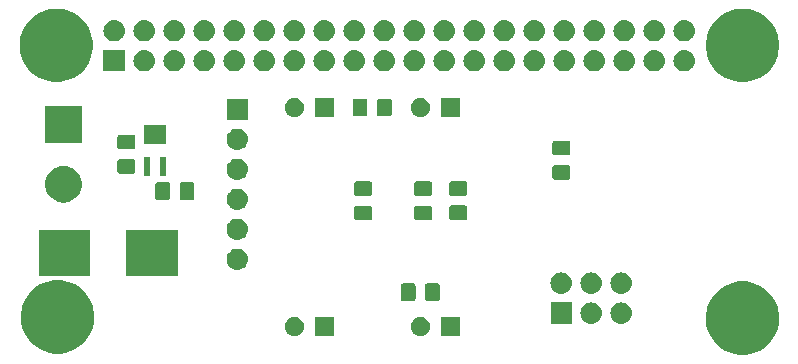
<source format=gts>
G04 #@! TF.GenerationSoftware,KiCad,Pcbnew,5.1.2*
G04 #@! TF.CreationDate,2019-05-31T13:26:26+02:00*
G04 #@! TF.ProjectId,solarcampi,736f6c61-7263-4616-9d70-692e6b696361,1.0.8*
G04 #@! TF.SameCoordinates,Original*
G04 #@! TF.FileFunction,Soldermask,Top*
G04 #@! TF.FilePolarity,Negative*
%FSLAX46Y46*%
G04 Gerber Fmt 4.6, Leading zero omitted, Abs format (unit mm)*
G04 Created by KiCad (PCBNEW 5.1.2) date 2019-05-31 13:26:26*
%MOMM*%
%LPD*%
G04 APERTURE LIST*
%ADD10C,0.100000*%
G04 APERTURE END LIST*
D10*
G36*
X112204780Y-72559565D02*
G01*
X112504237Y-72619131D01*
X113068401Y-72852815D01*
X113576135Y-73192072D01*
X114007928Y-73623865D01*
X114347185Y-74131599D01*
X114580869Y-74695763D01*
X114608029Y-74832305D01*
X114700000Y-75294675D01*
X114700000Y-75905325D01*
X114664187Y-76085367D01*
X114580869Y-76504237D01*
X114347185Y-77068401D01*
X114007928Y-77576135D01*
X113576135Y-78007928D01*
X113068401Y-78347185D01*
X112504237Y-78580869D01*
X112204780Y-78640434D01*
X111905325Y-78700000D01*
X111294675Y-78700000D01*
X110995220Y-78640434D01*
X110695763Y-78580869D01*
X110131599Y-78347185D01*
X109623865Y-78007928D01*
X109192072Y-77576135D01*
X108852815Y-77068401D01*
X108619131Y-76504237D01*
X108535813Y-76085367D01*
X108500000Y-75905325D01*
X108500000Y-75294675D01*
X108591971Y-74832305D01*
X108619131Y-74695763D01*
X108852815Y-74131599D01*
X109192072Y-73623865D01*
X109623865Y-73192072D01*
X110131599Y-72852815D01*
X110695763Y-72619131D01*
X110995220Y-72559565D01*
X111294675Y-72500000D01*
X111905325Y-72500000D01*
X112204780Y-72559565D01*
X112204780Y-72559565D01*
G37*
G36*
X54204780Y-72459566D02*
G01*
X54504237Y-72519131D01*
X55068401Y-72752815D01*
X55576135Y-73092072D01*
X56007928Y-73523865D01*
X56347185Y-74031599D01*
X56580869Y-74595763D01*
X56627920Y-74832304D01*
X56700000Y-75194675D01*
X56700000Y-75805325D01*
X56672833Y-75941900D01*
X56580869Y-76404237D01*
X56347185Y-76968401D01*
X56007928Y-77476135D01*
X55576135Y-77907928D01*
X55068401Y-78247185D01*
X54504237Y-78480869D01*
X54204780Y-78540434D01*
X53905325Y-78600000D01*
X53294675Y-78600000D01*
X52995220Y-78540434D01*
X52695763Y-78480869D01*
X52131599Y-78247185D01*
X51623865Y-77907928D01*
X51192072Y-77476135D01*
X50852815Y-76968401D01*
X50619131Y-76404237D01*
X50527167Y-75941900D01*
X50500000Y-75805325D01*
X50500000Y-75194675D01*
X50572080Y-74832304D01*
X50619131Y-74595763D01*
X50852815Y-74031599D01*
X51192072Y-73523865D01*
X51623865Y-73092072D01*
X52131599Y-72752815D01*
X52695763Y-72519131D01*
X52995220Y-72459566D01*
X53294675Y-72400000D01*
X53905325Y-72400000D01*
X54204780Y-72459566D01*
X54204780Y-72459566D01*
G37*
G36*
X87681000Y-77140000D02*
G01*
X86055000Y-77140000D01*
X86055000Y-75514000D01*
X87681000Y-75514000D01*
X87681000Y-77140000D01*
X87681000Y-77140000D01*
G37*
G36*
X73897142Y-75545242D02*
G01*
X74045101Y-75606529D01*
X74178255Y-75695499D01*
X74291501Y-75808745D01*
X74380471Y-75941899D01*
X74441758Y-76089858D01*
X74473000Y-76246925D01*
X74473000Y-76407075D01*
X74441758Y-76564142D01*
X74380471Y-76712101D01*
X74291501Y-76845255D01*
X74178255Y-76958501D01*
X74045101Y-77047471D01*
X73897142Y-77108758D01*
X73740075Y-77140000D01*
X73579925Y-77140000D01*
X73422858Y-77108758D01*
X73274899Y-77047471D01*
X73141745Y-76958501D01*
X73028499Y-76845255D01*
X72939529Y-76712101D01*
X72878242Y-76564142D01*
X72847000Y-76407075D01*
X72847000Y-76246925D01*
X72878242Y-76089858D01*
X72939529Y-75941899D01*
X73028499Y-75808745D01*
X73141745Y-75695499D01*
X73274899Y-75606529D01*
X73422858Y-75545242D01*
X73579925Y-75514000D01*
X73740075Y-75514000D01*
X73897142Y-75545242D01*
X73897142Y-75545242D01*
G37*
G36*
X77013000Y-77140000D02*
G01*
X75387000Y-77140000D01*
X75387000Y-75514000D01*
X77013000Y-75514000D01*
X77013000Y-77140000D01*
X77013000Y-77140000D01*
G37*
G36*
X84565142Y-75545242D02*
G01*
X84713101Y-75606529D01*
X84846255Y-75695499D01*
X84959501Y-75808745D01*
X85048471Y-75941899D01*
X85109758Y-76089858D01*
X85141000Y-76246925D01*
X85141000Y-76407075D01*
X85109758Y-76564142D01*
X85048471Y-76712101D01*
X84959501Y-76845255D01*
X84846255Y-76958501D01*
X84713101Y-77047471D01*
X84565142Y-77108758D01*
X84408075Y-77140000D01*
X84247925Y-77140000D01*
X84090858Y-77108758D01*
X83942899Y-77047471D01*
X83809745Y-76958501D01*
X83696499Y-76845255D01*
X83607529Y-76712101D01*
X83546242Y-76564142D01*
X83515000Y-76407075D01*
X83515000Y-76246925D01*
X83546242Y-76089858D01*
X83607529Y-75941899D01*
X83696499Y-75808745D01*
X83809745Y-75695499D01*
X83942899Y-75606529D01*
X84090858Y-75545242D01*
X84247925Y-75514000D01*
X84408075Y-75514000D01*
X84565142Y-75545242D01*
X84565142Y-75545242D01*
G37*
G36*
X97180600Y-76098600D02*
G01*
X95351400Y-76098600D01*
X95351400Y-74269400D01*
X97180600Y-74269400D01*
X97180600Y-76098600D01*
X97180600Y-76098600D01*
G37*
G36*
X98985294Y-74282633D02*
G01*
X99157695Y-74334931D01*
X99316583Y-74419858D01*
X99455849Y-74534151D01*
X99570142Y-74673417D01*
X99655069Y-74832305D01*
X99707367Y-75004706D01*
X99725025Y-75184000D01*
X99707367Y-75363294D01*
X99655069Y-75535695D01*
X99570142Y-75694583D01*
X99455849Y-75833849D01*
X99316583Y-75948142D01*
X99157695Y-76033069D01*
X98985294Y-76085367D01*
X98850931Y-76098600D01*
X98761069Y-76098600D01*
X98626706Y-76085367D01*
X98454305Y-76033069D01*
X98295417Y-75948142D01*
X98156151Y-75833849D01*
X98041858Y-75694583D01*
X97956931Y-75535695D01*
X97904633Y-75363294D01*
X97886975Y-75184000D01*
X97904633Y-75004706D01*
X97956931Y-74832305D01*
X98041858Y-74673417D01*
X98156151Y-74534151D01*
X98295417Y-74419858D01*
X98454305Y-74334931D01*
X98626706Y-74282633D01*
X98761069Y-74269400D01*
X98850931Y-74269400D01*
X98985294Y-74282633D01*
X98985294Y-74282633D01*
G37*
G36*
X101525294Y-74282633D02*
G01*
X101697695Y-74334931D01*
X101856583Y-74419858D01*
X101995849Y-74534151D01*
X102110142Y-74673417D01*
X102195069Y-74832305D01*
X102247367Y-75004706D01*
X102265025Y-75184000D01*
X102247367Y-75363294D01*
X102195069Y-75535695D01*
X102110142Y-75694583D01*
X101995849Y-75833849D01*
X101856583Y-75948142D01*
X101697695Y-76033069D01*
X101525294Y-76085367D01*
X101390931Y-76098600D01*
X101301069Y-76098600D01*
X101166706Y-76085367D01*
X100994305Y-76033069D01*
X100835417Y-75948142D01*
X100696151Y-75833849D01*
X100581858Y-75694583D01*
X100496931Y-75535695D01*
X100444633Y-75363294D01*
X100426975Y-75184000D01*
X100444633Y-75004706D01*
X100496931Y-74832305D01*
X100581858Y-74673417D01*
X100696151Y-74534151D01*
X100835417Y-74419858D01*
X100994305Y-74334931D01*
X101166706Y-74282633D01*
X101301069Y-74269400D01*
X101390931Y-74269400D01*
X101525294Y-74282633D01*
X101525294Y-74282633D01*
G37*
G36*
X83757674Y-72659465D02*
G01*
X83795367Y-72670899D01*
X83830103Y-72689466D01*
X83860548Y-72714452D01*
X83885534Y-72744897D01*
X83904101Y-72779633D01*
X83915535Y-72817326D01*
X83920000Y-72862661D01*
X83920000Y-73949339D01*
X83915535Y-73994674D01*
X83904101Y-74032367D01*
X83885534Y-74067103D01*
X83860548Y-74097548D01*
X83830103Y-74122534D01*
X83795367Y-74141101D01*
X83757674Y-74152535D01*
X83712339Y-74157000D01*
X82875661Y-74157000D01*
X82830326Y-74152535D01*
X82792633Y-74141101D01*
X82757897Y-74122534D01*
X82727452Y-74097548D01*
X82702466Y-74067103D01*
X82683899Y-74032367D01*
X82672465Y-73994674D01*
X82668000Y-73949339D01*
X82668000Y-72862661D01*
X82672465Y-72817326D01*
X82683899Y-72779633D01*
X82702466Y-72744897D01*
X82727452Y-72714452D01*
X82757897Y-72689466D01*
X82792633Y-72670899D01*
X82830326Y-72659465D01*
X82875661Y-72655000D01*
X83712339Y-72655000D01*
X83757674Y-72659465D01*
X83757674Y-72659465D01*
G37*
G36*
X85807674Y-72659465D02*
G01*
X85845367Y-72670899D01*
X85880103Y-72689466D01*
X85910548Y-72714452D01*
X85935534Y-72744897D01*
X85954101Y-72779633D01*
X85965535Y-72817326D01*
X85970000Y-72862661D01*
X85970000Y-73949339D01*
X85965535Y-73994674D01*
X85954101Y-74032367D01*
X85935534Y-74067103D01*
X85910548Y-74097548D01*
X85880103Y-74122534D01*
X85845367Y-74141101D01*
X85807674Y-74152535D01*
X85762339Y-74157000D01*
X84925661Y-74157000D01*
X84880326Y-74152535D01*
X84842633Y-74141101D01*
X84807897Y-74122534D01*
X84777452Y-74097548D01*
X84752466Y-74067103D01*
X84733899Y-74032367D01*
X84722465Y-73994674D01*
X84718000Y-73949339D01*
X84718000Y-72862661D01*
X84722465Y-72817326D01*
X84733899Y-72779633D01*
X84752466Y-72744897D01*
X84777452Y-72714452D01*
X84807897Y-72689466D01*
X84842633Y-72670899D01*
X84880326Y-72659465D01*
X84925661Y-72655000D01*
X85762339Y-72655000D01*
X85807674Y-72659465D01*
X85807674Y-72659465D01*
G37*
G36*
X96445294Y-71742633D02*
G01*
X96617695Y-71794931D01*
X96776583Y-71879858D01*
X96915849Y-71994151D01*
X97030142Y-72133417D01*
X97115069Y-72292305D01*
X97167367Y-72464706D01*
X97185025Y-72644000D01*
X97167367Y-72823294D01*
X97115069Y-72995695D01*
X97030142Y-73154583D01*
X96915849Y-73293849D01*
X96776583Y-73408142D01*
X96617695Y-73493069D01*
X96445294Y-73545367D01*
X96310931Y-73558600D01*
X96221069Y-73558600D01*
X96086706Y-73545367D01*
X95914305Y-73493069D01*
X95755417Y-73408142D01*
X95616151Y-73293849D01*
X95501858Y-73154583D01*
X95416931Y-72995695D01*
X95364633Y-72823294D01*
X95346975Y-72644000D01*
X95364633Y-72464706D01*
X95416931Y-72292305D01*
X95501858Y-72133417D01*
X95616151Y-71994151D01*
X95755417Y-71879858D01*
X95914305Y-71794931D01*
X96086706Y-71742633D01*
X96221069Y-71729400D01*
X96310931Y-71729400D01*
X96445294Y-71742633D01*
X96445294Y-71742633D01*
G37*
G36*
X98985294Y-71742633D02*
G01*
X99157695Y-71794931D01*
X99316583Y-71879858D01*
X99455849Y-71994151D01*
X99570142Y-72133417D01*
X99655069Y-72292305D01*
X99707367Y-72464706D01*
X99725025Y-72644000D01*
X99707367Y-72823294D01*
X99655069Y-72995695D01*
X99570142Y-73154583D01*
X99455849Y-73293849D01*
X99316583Y-73408142D01*
X99157695Y-73493069D01*
X98985294Y-73545367D01*
X98850931Y-73558600D01*
X98761069Y-73558600D01*
X98626706Y-73545367D01*
X98454305Y-73493069D01*
X98295417Y-73408142D01*
X98156151Y-73293849D01*
X98041858Y-73154583D01*
X97956931Y-72995695D01*
X97904633Y-72823294D01*
X97886975Y-72644000D01*
X97904633Y-72464706D01*
X97956931Y-72292305D01*
X98041858Y-72133417D01*
X98156151Y-71994151D01*
X98295417Y-71879858D01*
X98454305Y-71794931D01*
X98626706Y-71742633D01*
X98761069Y-71729400D01*
X98850931Y-71729400D01*
X98985294Y-71742633D01*
X98985294Y-71742633D01*
G37*
G36*
X101525294Y-71742633D02*
G01*
X101697695Y-71794931D01*
X101856583Y-71879858D01*
X101995849Y-71994151D01*
X102110142Y-72133417D01*
X102195069Y-72292305D01*
X102247367Y-72464706D01*
X102265025Y-72644000D01*
X102247367Y-72823294D01*
X102195069Y-72995695D01*
X102110142Y-73154583D01*
X101995849Y-73293849D01*
X101856583Y-73408142D01*
X101697695Y-73493069D01*
X101525294Y-73545367D01*
X101390931Y-73558600D01*
X101301069Y-73558600D01*
X101166706Y-73545367D01*
X100994305Y-73493069D01*
X100835417Y-73408142D01*
X100696151Y-73293849D01*
X100581858Y-73154583D01*
X100496931Y-72995695D01*
X100444633Y-72823294D01*
X100426975Y-72644000D01*
X100444633Y-72464706D01*
X100496931Y-72292305D01*
X100581858Y-72133417D01*
X100696151Y-71994151D01*
X100835417Y-71879858D01*
X100994305Y-71794931D01*
X101166706Y-71742633D01*
X101301069Y-71729400D01*
X101390931Y-71729400D01*
X101525294Y-71742633D01*
X101525294Y-71742633D01*
G37*
G36*
X63768000Y-72060000D02*
G01*
X59426000Y-72060000D01*
X59426000Y-68148000D01*
X63768000Y-68148000D01*
X63768000Y-72060000D01*
X63768000Y-72060000D01*
G37*
G36*
X56398000Y-72060000D02*
G01*
X52056000Y-72060000D01*
X52056000Y-68148000D01*
X56398000Y-68148000D01*
X56398000Y-72060000D01*
X56398000Y-72060000D01*
G37*
G36*
X68944442Y-69717518D02*
G01*
X69010627Y-69724037D01*
X69180466Y-69775557D01*
X69336991Y-69859222D01*
X69372729Y-69888552D01*
X69474186Y-69971814D01*
X69557448Y-70073271D01*
X69586778Y-70109009D01*
X69670443Y-70265534D01*
X69721963Y-70435373D01*
X69739359Y-70612000D01*
X69721963Y-70788627D01*
X69670443Y-70958466D01*
X69586778Y-71114991D01*
X69557448Y-71150729D01*
X69474186Y-71252186D01*
X69372729Y-71335448D01*
X69336991Y-71364778D01*
X69180466Y-71448443D01*
X69010627Y-71499963D01*
X68944443Y-71506481D01*
X68878260Y-71513000D01*
X68789740Y-71513000D01*
X68723557Y-71506481D01*
X68657373Y-71499963D01*
X68487534Y-71448443D01*
X68331009Y-71364778D01*
X68295271Y-71335448D01*
X68193814Y-71252186D01*
X68110552Y-71150729D01*
X68081222Y-71114991D01*
X67997557Y-70958466D01*
X67946037Y-70788627D01*
X67928641Y-70612000D01*
X67946037Y-70435373D01*
X67997557Y-70265534D01*
X68081222Y-70109009D01*
X68110552Y-70073271D01*
X68193814Y-69971814D01*
X68295271Y-69888552D01*
X68331009Y-69859222D01*
X68487534Y-69775557D01*
X68657373Y-69724037D01*
X68723558Y-69717518D01*
X68789740Y-69711000D01*
X68878260Y-69711000D01*
X68944442Y-69717518D01*
X68944442Y-69717518D01*
G37*
G36*
X68944442Y-67177518D02*
G01*
X69010627Y-67184037D01*
X69180466Y-67235557D01*
X69336991Y-67319222D01*
X69339157Y-67321000D01*
X69474186Y-67431814D01*
X69557448Y-67533271D01*
X69586778Y-67569009D01*
X69670443Y-67725534D01*
X69721963Y-67895373D01*
X69739359Y-68072000D01*
X69721963Y-68248627D01*
X69670443Y-68418466D01*
X69586778Y-68574991D01*
X69557448Y-68610729D01*
X69474186Y-68712186D01*
X69372729Y-68795448D01*
X69336991Y-68824778D01*
X69180466Y-68908443D01*
X69010627Y-68959963D01*
X68944442Y-68966482D01*
X68878260Y-68973000D01*
X68789740Y-68973000D01*
X68723558Y-68966482D01*
X68657373Y-68959963D01*
X68487534Y-68908443D01*
X68331009Y-68824778D01*
X68295271Y-68795448D01*
X68193814Y-68712186D01*
X68110552Y-68610729D01*
X68081222Y-68574991D01*
X67997557Y-68418466D01*
X67946037Y-68248627D01*
X67928641Y-68072000D01*
X67946037Y-67895373D01*
X67997557Y-67725534D01*
X68081222Y-67569009D01*
X68110552Y-67533271D01*
X68193814Y-67431814D01*
X68328843Y-67321000D01*
X68331009Y-67319222D01*
X68487534Y-67235557D01*
X68657373Y-67184037D01*
X68723558Y-67177518D01*
X68789740Y-67171000D01*
X68878260Y-67171000D01*
X68944442Y-67177518D01*
X68944442Y-67177518D01*
G37*
G36*
X80088674Y-66073465D02*
G01*
X80126367Y-66084899D01*
X80161103Y-66103466D01*
X80191548Y-66128452D01*
X80216534Y-66158897D01*
X80235101Y-66193633D01*
X80246535Y-66231326D01*
X80251000Y-66276661D01*
X80251000Y-67113339D01*
X80246535Y-67158674D01*
X80235101Y-67196367D01*
X80216534Y-67231103D01*
X80191548Y-67261548D01*
X80161103Y-67286534D01*
X80126367Y-67305101D01*
X80088674Y-67316535D01*
X80043339Y-67321000D01*
X78956661Y-67321000D01*
X78911326Y-67316535D01*
X78873633Y-67305101D01*
X78838897Y-67286534D01*
X78808452Y-67261548D01*
X78783466Y-67231103D01*
X78764899Y-67196367D01*
X78753465Y-67158674D01*
X78749000Y-67113339D01*
X78749000Y-66276661D01*
X78753465Y-66231326D01*
X78764899Y-66193633D01*
X78783466Y-66158897D01*
X78808452Y-66128452D01*
X78838897Y-66103466D01*
X78873633Y-66084899D01*
X78911326Y-66073465D01*
X78956661Y-66069000D01*
X80043339Y-66069000D01*
X80088674Y-66073465D01*
X80088674Y-66073465D01*
G37*
G36*
X85168674Y-66073465D02*
G01*
X85206367Y-66084899D01*
X85241103Y-66103466D01*
X85271548Y-66128452D01*
X85296534Y-66158897D01*
X85315101Y-66193633D01*
X85326535Y-66231326D01*
X85331000Y-66276661D01*
X85331000Y-67113339D01*
X85326535Y-67158674D01*
X85315101Y-67196367D01*
X85296534Y-67231103D01*
X85271548Y-67261548D01*
X85241103Y-67286534D01*
X85206367Y-67305101D01*
X85168674Y-67316535D01*
X85123339Y-67321000D01*
X84036661Y-67321000D01*
X83991326Y-67316535D01*
X83953633Y-67305101D01*
X83918897Y-67286534D01*
X83888452Y-67261548D01*
X83863466Y-67231103D01*
X83844899Y-67196367D01*
X83833465Y-67158674D01*
X83829000Y-67113339D01*
X83829000Y-66276661D01*
X83833465Y-66231326D01*
X83844899Y-66193633D01*
X83863466Y-66158897D01*
X83888452Y-66128452D01*
X83918897Y-66103466D01*
X83953633Y-66084899D01*
X83991326Y-66073465D01*
X84036661Y-66069000D01*
X85123339Y-66069000D01*
X85168674Y-66073465D01*
X85168674Y-66073465D01*
G37*
G36*
X88128674Y-66063465D02*
G01*
X88166367Y-66074899D01*
X88201103Y-66093466D01*
X88231548Y-66118452D01*
X88256534Y-66148897D01*
X88275101Y-66183633D01*
X88286535Y-66221326D01*
X88291000Y-66266661D01*
X88291000Y-67103339D01*
X88286535Y-67148674D01*
X88275101Y-67186367D01*
X88256534Y-67221103D01*
X88231548Y-67251548D01*
X88201103Y-67276534D01*
X88166367Y-67295101D01*
X88128674Y-67306535D01*
X88083339Y-67311000D01*
X86996661Y-67311000D01*
X86951326Y-67306535D01*
X86913633Y-67295101D01*
X86878897Y-67276534D01*
X86848452Y-67251548D01*
X86823466Y-67221103D01*
X86804899Y-67186367D01*
X86793465Y-67148674D01*
X86789000Y-67103339D01*
X86789000Y-66266661D01*
X86793465Y-66221326D01*
X86804899Y-66183633D01*
X86823466Y-66148897D01*
X86848452Y-66118452D01*
X86878897Y-66093466D01*
X86913633Y-66074899D01*
X86951326Y-66063465D01*
X86996661Y-66059000D01*
X88083339Y-66059000D01*
X88128674Y-66063465D01*
X88128674Y-66063465D01*
G37*
G36*
X68944443Y-64637519D02*
G01*
X69010627Y-64644037D01*
X69180466Y-64695557D01*
X69336991Y-64779222D01*
X69372729Y-64808552D01*
X69474186Y-64891814D01*
X69553801Y-64988827D01*
X69586778Y-65029009D01*
X69586779Y-65029011D01*
X69644163Y-65136367D01*
X69670443Y-65185534D01*
X69721963Y-65355373D01*
X69739359Y-65532000D01*
X69721963Y-65708627D01*
X69670443Y-65878466D01*
X69586778Y-66034991D01*
X69567074Y-66059000D01*
X69474186Y-66172186D01*
X69395188Y-66237017D01*
X69336991Y-66284778D01*
X69180466Y-66368443D01*
X69010627Y-66419963D01*
X68944443Y-66426481D01*
X68878260Y-66433000D01*
X68789740Y-66433000D01*
X68723557Y-66426481D01*
X68657373Y-66419963D01*
X68487534Y-66368443D01*
X68331009Y-66284778D01*
X68272812Y-66237017D01*
X68193814Y-66172186D01*
X68100926Y-66059000D01*
X68081222Y-66034991D01*
X67997557Y-65878466D01*
X67946037Y-65708627D01*
X67928641Y-65532000D01*
X67946037Y-65355373D01*
X67997557Y-65185534D01*
X68023838Y-65136367D01*
X68081221Y-65029011D01*
X68081222Y-65029009D01*
X68114199Y-64988827D01*
X68193814Y-64891814D01*
X68295271Y-64808552D01*
X68331009Y-64779222D01*
X68487534Y-64695557D01*
X68657373Y-64644037D01*
X68723557Y-64637519D01*
X68789740Y-64631000D01*
X68878260Y-64631000D01*
X68944443Y-64637519D01*
X68944443Y-64637519D01*
G37*
G36*
X54404585Y-62740802D02*
G01*
X54554410Y-62770604D01*
X54836674Y-62887521D01*
X55090705Y-63057259D01*
X55306741Y-63273295D01*
X55476479Y-63527326D01*
X55593396Y-63809590D01*
X55603479Y-63860282D01*
X55652004Y-64104230D01*
X55653000Y-64109240D01*
X55653000Y-64414760D01*
X55593396Y-64714410D01*
X55476479Y-64996674D01*
X55306741Y-65250705D01*
X55090705Y-65466741D01*
X54836674Y-65636479D01*
X54554410Y-65753396D01*
X54404585Y-65783198D01*
X54254761Y-65813000D01*
X53949239Y-65813000D01*
X53799415Y-65783198D01*
X53649590Y-65753396D01*
X53367326Y-65636479D01*
X53113295Y-65466741D01*
X52897259Y-65250705D01*
X52727521Y-64996674D01*
X52610604Y-64714410D01*
X52551000Y-64414760D01*
X52551000Y-64109240D01*
X52551997Y-64104230D01*
X52600521Y-63860282D01*
X52610604Y-63809590D01*
X52727521Y-63527326D01*
X52897259Y-63273295D01*
X53113295Y-63057259D01*
X53367326Y-62887521D01*
X53649590Y-62770604D01*
X53799415Y-62740802D01*
X53949239Y-62711000D01*
X54254761Y-62711000D01*
X54404585Y-62740802D01*
X54404585Y-62740802D01*
G37*
G36*
X65028674Y-64103465D02*
G01*
X65066367Y-64114899D01*
X65101103Y-64133466D01*
X65131548Y-64158452D01*
X65156534Y-64188897D01*
X65175101Y-64223633D01*
X65186535Y-64261326D01*
X65191000Y-64306661D01*
X65191000Y-65393339D01*
X65186535Y-65438674D01*
X65175101Y-65476367D01*
X65156534Y-65511103D01*
X65131548Y-65541548D01*
X65101103Y-65566534D01*
X65066367Y-65585101D01*
X65028674Y-65596535D01*
X64983339Y-65601000D01*
X64146661Y-65601000D01*
X64101326Y-65596535D01*
X64063633Y-65585101D01*
X64028897Y-65566534D01*
X63998452Y-65541548D01*
X63973466Y-65511103D01*
X63954899Y-65476367D01*
X63943465Y-65438674D01*
X63939000Y-65393339D01*
X63939000Y-64306661D01*
X63943465Y-64261326D01*
X63954899Y-64223633D01*
X63973466Y-64188897D01*
X63998452Y-64158452D01*
X64028897Y-64133466D01*
X64063633Y-64114899D01*
X64101326Y-64103465D01*
X64146661Y-64099000D01*
X64983339Y-64099000D01*
X65028674Y-64103465D01*
X65028674Y-64103465D01*
G37*
G36*
X62978674Y-64103465D02*
G01*
X63016367Y-64114899D01*
X63051103Y-64133466D01*
X63081548Y-64158452D01*
X63106534Y-64188897D01*
X63125101Y-64223633D01*
X63136535Y-64261326D01*
X63141000Y-64306661D01*
X63141000Y-65393339D01*
X63136535Y-65438674D01*
X63125101Y-65476367D01*
X63106534Y-65511103D01*
X63081548Y-65541548D01*
X63051103Y-65566534D01*
X63016367Y-65585101D01*
X62978674Y-65596535D01*
X62933339Y-65601000D01*
X62096661Y-65601000D01*
X62051326Y-65596535D01*
X62013633Y-65585101D01*
X61978897Y-65566534D01*
X61948452Y-65541548D01*
X61923466Y-65511103D01*
X61904899Y-65476367D01*
X61893465Y-65438674D01*
X61889000Y-65393339D01*
X61889000Y-64306661D01*
X61893465Y-64261326D01*
X61904899Y-64223633D01*
X61923466Y-64188897D01*
X61948452Y-64158452D01*
X61978897Y-64133466D01*
X62013633Y-64114899D01*
X62051326Y-64103465D01*
X62096661Y-64099000D01*
X62933339Y-64099000D01*
X62978674Y-64103465D01*
X62978674Y-64103465D01*
G37*
G36*
X85168674Y-64023465D02*
G01*
X85206367Y-64034899D01*
X85241103Y-64053466D01*
X85271548Y-64078452D01*
X85296534Y-64108897D01*
X85315101Y-64143633D01*
X85326535Y-64181326D01*
X85331000Y-64226661D01*
X85331000Y-65063339D01*
X85326535Y-65108674D01*
X85315101Y-65146367D01*
X85296534Y-65181103D01*
X85271548Y-65211548D01*
X85241103Y-65236534D01*
X85206367Y-65255101D01*
X85168674Y-65266535D01*
X85123339Y-65271000D01*
X84036661Y-65271000D01*
X83991326Y-65266535D01*
X83953633Y-65255101D01*
X83918897Y-65236534D01*
X83888452Y-65211548D01*
X83863466Y-65181103D01*
X83844899Y-65146367D01*
X83833465Y-65108674D01*
X83829000Y-65063339D01*
X83829000Y-64226661D01*
X83833465Y-64181326D01*
X83844899Y-64143633D01*
X83863466Y-64108897D01*
X83888452Y-64078452D01*
X83918897Y-64053466D01*
X83953633Y-64034899D01*
X83991326Y-64023465D01*
X84036661Y-64019000D01*
X85123339Y-64019000D01*
X85168674Y-64023465D01*
X85168674Y-64023465D01*
G37*
G36*
X80088674Y-64023465D02*
G01*
X80126367Y-64034899D01*
X80161103Y-64053466D01*
X80191548Y-64078452D01*
X80216534Y-64108897D01*
X80235101Y-64143633D01*
X80246535Y-64181326D01*
X80251000Y-64226661D01*
X80251000Y-65063339D01*
X80246535Y-65108674D01*
X80235101Y-65146367D01*
X80216534Y-65181103D01*
X80191548Y-65211548D01*
X80161103Y-65236534D01*
X80126367Y-65255101D01*
X80088674Y-65266535D01*
X80043339Y-65271000D01*
X78956661Y-65271000D01*
X78911326Y-65266535D01*
X78873633Y-65255101D01*
X78838897Y-65236534D01*
X78808452Y-65211548D01*
X78783466Y-65181103D01*
X78764899Y-65146367D01*
X78753465Y-65108674D01*
X78749000Y-65063339D01*
X78749000Y-64226661D01*
X78753465Y-64181326D01*
X78764899Y-64143633D01*
X78783466Y-64108897D01*
X78808452Y-64078452D01*
X78838897Y-64053466D01*
X78873633Y-64034899D01*
X78911326Y-64023465D01*
X78956661Y-64019000D01*
X80043339Y-64019000D01*
X80088674Y-64023465D01*
X80088674Y-64023465D01*
G37*
G36*
X88128674Y-64013465D02*
G01*
X88166367Y-64024899D01*
X88201103Y-64043466D01*
X88231548Y-64068452D01*
X88256534Y-64098897D01*
X88275101Y-64133633D01*
X88286535Y-64171326D01*
X88291000Y-64216661D01*
X88291000Y-65053339D01*
X88286535Y-65098674D01*
X88275101Y-65136367D01*
X88256534Y-65171103D01*
X88231548Y-65201548D01*
X88201103Y-65226534D01*
X88166367Y-65245101D01*
X88128674Y-65256535D01*
X88083339Y-65261000D01*
X86996661Y-65261000D01*
X86951326Y-65256535D01*
X86913633Y-65245101D01*
X86878897Y-65226534D01*
X86848452Y-65201548D01*
X86823466Y-65171103D01*
X86804899Y-65136367D01*
X86793465Y-65098674D01*
X86789000Y-65053339D01*
X86789000Y-64216661D01*
X86793465Y-64171326D01*
X86804899Y-64133633D01*
X86823466Y-64098897D01*
X86848452Y-64068452D01*
X86878897Y-64043466D01*
X86913633Y-64024899D01*
X86951326Y-64013465D01*
X86996661Y-64009000D01*
X88083339Y-64009000D01*
X88128674Y-64013465D01*
X88128674Y-64013465D01*
G37*
G36*
X68944443Y-62097519D02*
G01*
X69010627Y-62104037D01*
X69180466Y-62155557D01*
X69336991Y-62239222D01*
X69372729Y-62268552D01*
X69474186Y-62351814D01*
X69557448Y-62453271D01*
X69586778Y-62489009D01*
X69670443Y-62645534D01*
X69721963Y-62815373D01*
X69739359Y-62992000D01*
X69721963Y-63168627D01*
X69670443Y-63338466D01*
X69586778Y-63494991D01*
X69557448Y-63530729D01*
X69474186Y-63632186D01*
X69375733Y-63712983D01*
X69336991Y-63744778D01*
X69180466Y-63828443D01*
X69010627Y-63879963D01*
X68944442Y-63886482D01*
X68878260Y-63893000D01*
X68789740Y-63893000D01*
X68723558Y-63886482D01*
X68657373Y-63879963D01*
X68487534Y-63828443D01*
X68331009Y-63744778D01*
X68292267Y-63712983D01*
X68193814Y-63632186D01*
X68110552Y-63530729D01*
X68081222Y-63494991D01*
X67997557Y-63338466D01*
X67946037Y-63168627D01*
X67928641Y-62992000D01*
X67946037Y-62815373D01*
X67997557Y-62645534D01*
X68081222Y-62489009D01*
X68110552Y-62453271D01*
X68193814Y-62351814D01*
X68295271Y-62268552D01*
X68331009Y-62239222D01*
X68487534Y-62155557D01*
X68657373Y-62104037D01*
X68723557Y-62097519D01*
X68789740Y-62091000D01*
X68878260Y-62091000D01*
X68944443Y-62097519D01*
X68944443Y-62097519D01*
G37*
G36*
X96854674Y-62633465D02*
G01*
X96892367Y-62644899D01*
X96927103Y-62663466D01*
X96957548Y-62688452D01*
X96982534Y-62718897D01*
X97001101Y-62753633D01*
X97012535Y-62791326D01*
X97017000Y-62836661D01*
X97017000Y-63673339D01*
X97012535Y-63718674D01*
X97001101Y-63756367D01*
X96982534Y-63791103D01*
X96957548Y-63821548D01*
X96927103Y-63846534D01*
X96892367Y-63865101D01*
X96854674Y-63876535D01*
X96809339Y-63881000D01*
X95722661Y-63881000D01*
X95677326Y-63876535D01*
X95639633Y-63865101D01*
X95604897Y-63846534D01*
X95574452Y-63821548D01*
X95549466Y-63791103D01*
X95530899Y-63756367D01*
X95519465Y-63718674D01*
X95515000Y-63673339D01*
X95515000Y-62836661D01*
X95519465Y-62791326D01*
X95530899Y-62753633D01*
X95549466Y-62718897D01*
X95574452Y-62688452D01*
X95604897Y-62663466D01*
X95639633Y-62644899D01*
X95677326Y-62633465D01*
X95722661Y-62629000D01*
X96809339Y-62629000D01*
X96854674Y-62633465D01*
X96854674Y-62633465D01*
G37*
G36*
X62771000Y-63541000D02*
G01*
X62269000Y-63541000D01*
X62269000Y-61939000D01*
X62771000Y-61939000D01*
X62771000Y-63541000D01*
X62771000Y-63541000D01*
G37*
G36*
X61471000Y-63541000D02*
G01*
X60969000Y-63541000D01*
X60969000Y-61939000D01*
X61471000Y-61939000D01*
X61471000Y-63541000D01*
X61471000Y-63541000D01*
G37*
G36*
X60024674Y-62125465D02*
G01*
X60062367Y-62136899D01*
X60097103Y-62155466D01*
X60127548Y-62180452D01*
X60152534Y-62210897D01*
X60171101Y-62245633D01*
X60182535Y-62283326D01*
X60187000Y-62328661D01*
X60187000Y-63165339D01*
X60182535Y-63210674D01*
X60171101Y-63248367D01*
X60152534Y-63283103D01*
X60127548Y-63313548D01*
X60097103Y-63338534D01*
X60062367Y-63357101D01*
X60024674Y-63368535D01*
X59979339Y-63373000D01*
X58892661Y-63373000D01*
X58847326Y-63368535D01*
X58809633Y-63357101D01*
X58774897Y-63338534D01*
X58744452Y-63313548D01*
X58719466Y-63283103D01*
X58700899Y-63248367D01*
X58689465Y-63210674D01*
X58685000Y-63165339D01*
X58685000Y-62328661D01*
X58689465Y-62283326D01*
X58700899Y-62245633D01*
X58719466Y-62210897D01*
X58744452Y-62180452D01*
X58774897Y-62155466D01*
X58809633Y-62136899D01*
X58847326Y-62125465D01*
X58892661Y-62121000D01*
X59979339Y-62121000D01*
X60024674Y-62125465D01*
X60024674Y-62125465D01*
G37*
G36*
X96854674Y-60583465D02*
G01*
X96892367Y-60594899D01*
X96927103Y-60613466D01*
X96957548Y-60638452D01*
X96982534Y-60668897D01*
X97001101Y-60703633D01*
X97012535Y-60741326D01*
X97017000Y-60786661D01*
X97017000Y-61623339D01*
X97012535Y-61668674D01*
X97001101Y-61706367D01*
X96982534Y-61741103D01*
X96957548Y-61771548D01*
X96927103Y-61796534D01*
X96892367Y-61815101D01*
X96854674Y-61826535D01*
X96809339Y-61831000D01*
X95722661Y-61831000D01*
X95677326Y-61826535D01*
X95639633Y-61815101D01*
X95604897Y-61796534D01*
X95574452Y-61771548D01*
X95549466Y-61741103D01*
X95530899Y-61706367D01*
X95519465Y-61668674D01*
X95515000Y-61623339D01*
X95515000Y-60786661D01*
X95519465Y-60741326D01*
X95530899Y-60703633D01*
X95549466Y-60668897D01*
X95574452Y-60638452D01*
X95604897Y-60613466D01*
X95639633Y-60594899D01*
X95677326Y-60583465D01*
X95722661Y-60579000D01*
X96809339Y-60579000D01*
X96854674Y-60583465D01*
X96854674Y-60583465D01*
G37*
G36*
X68944443Y-59557519D02*
G01*
X69010627Y-59564037D01*
X69180466Y-59615557D01*
X69336991Y-59699222D01*
X69372729Y-59728552D01*
X69474186Y-59811814D01*
X69557448Y-59913271D01*
X69586778Y-59949009D01*
X69670443Y-60105534D01*
X69721963Y-60275373D01*
X69739359Y-60452000D01*
X69721963Y-60628627D01*
X69670443Y-60798466D01*
X69586778Y-60954991D01*
X69557448Y-60990729D01*
X69474186Y-61092186D01*
X69390732Y-61160674D01*
X69336991Y-61204778D01*
X69180466Y-61288443D01*
X69010627Y-61339963D01*
X68944443Y-61346481D01*
X68878260Y-61353000D01*
X68789740Y-61353000D01*
X68723557Y-61346481D01*
X68657373Y-61339963D01*
X68487534Y-61288443D01*
X68331009Y-61204778D01*
X68277268Y-61160674D01*
X68193814Y-61092186D01*
X68110552Y-60990729D01*
X68081222Y-60954991D01*
X67997557Y-60798466D01*
X67946037Y-60628627D01*
X67928641Y-60452000D01*
X67946037Y-60275373D01*
X67997557Y-60105534D01*
X68081222Y-59949009D01*
X68110552Y-59913271D01*
X68193814Y-59811814D01*
X68295271Y-59728552D01*
X68331009Y-59699222D01*
X68487534Y-59615557D01*
X68657373Y-59564037D01*
X68723557Y-59557519D01*
X68789740Y-59551000D01*
X68878260Y-59551000D01*
X68944443Y-59557519D01*
X68944443Y-59557519D01*
G37*
G36*
X60024674Y-60075465D02*
G01*
X60062367Y-60086899D01*
X60097103Y-60105466D01*
X60127548Y-60130452D01*
X60152534Y-60160897D01*
X60171101Y-60195633D01*
X60182535Y-60233326D01*
X60187000Y-60278661D01*
X60187000Y-61115339D01*
X60182535Y-61160674D01*
X60171101Y-61198367D01*
X60152534Y-61233103D01*
X60127548Y-61263548D01*
X60097103Y-61288534D01*
X60062367Y-61307101D01*
X60024674Y-61318535D01*
X59979339Y-61323000D01*
X58892661Y-61323000D01*
X58847326Y-61318535D01*
X58809633Y-61307101D01*
X58774897Y-61288534D01*
X58744452Y-61263548D01*
X58719466Y-61233103D01*
X58700899Y-61198367D01*
X58689465Y-61160674D01*
X58685000Y-61115339D01*
X58685000Y-60278661D01*
X58689465Y-60233326D01*
X58700899Y-60195633D01*
X58719466Y-60160897D01*
X58744452Y-60130452D01*
X58774897Y-60105466D01*
X58809633Y-60086899D01*
X58847326Y-60075465D01*
X58892661Y-60071000D01*
X59979339Y-60071000D01*
X60024674Y-60075465D01*
X60024674Y-60075465D01*
G37*
G36*
X62771000Y-60881000D02*
G01*
X60969000Y-60881000D01*
X60969000Y-59279000D01*
X62771000Y-59279000D01*
X62771000Y-60881000D01*
X62771000Y-60881000D01*
G37*
G36*
X55653000Y-60733000D02*
G01*
X52551000Y-60733000D01*
X52551000Y-57631000D01*
X55653000Y-57631000D01*
X55653000Y-60733000D01*
X55653000Y-60733000D01*
G37*
G36*
X69735000Y-58813000D02*
G01*
X67933000Y-58813000D01*
X67933000Y-57011000D01*
X69735000Y-57011000D01*
X69735000Y-58813000D01*
X69735000Y-58813000D01*
G37*
G36*
X77013000Y-58598000D02*
G01*
X75387000Y-58598000D01*
X75387000Y-56972000D01*
X77013000Y-56972000D01*
X77013000Y-58598000D01*
X77013000Y-58598000D01*
G37*
G36*
X87681000Y-58598000D02*
G01*
X86055000Y-58598000D01*
X86055000Y-56972000D01*
X87681000Y-56972000D01*
X87681000Y-58598000D01*
X87681000Y-58598000D01*
G37*
G36*
X73897142Y-57003242D02*
G01*
X74045101Y-57064529D01*
X74178255Y-57153499D01*
X74291501Y-57266745D01*
X74380471Y-57399899D01*
X74441758Y-57547858D01*
X74473000Y-57704925D01*
X74473000Y-57865075D01*
X74441758Y-58022142D01*
X74380471Y-58170101D01*
X74291501Y-58303255D01*
X74178255Y-58416501D01*
X74045101Y-58505471D01*
X73897142Y-58566758D01*
X73740075Y-58598000D01*
X73579925Y-58598000D01*
X73422858Y-58566758D01*
X73274899Y-58505471D01*
X73141745Y-58416501D01*
X73028499Y-58303255D01*
X72939529Y-58170101D01*
X72878242Y-58022142D01*
X72847000Y-57865075D01*
X72847000Y-57704925D01*
X72878242Y-57547858D01*
X72939529Y-57399899D01*
X73028499Y-57266745D01*
X73141745Y-57153499D01*
X73274899Y-57064529D01*
X73422858Y-57003242D01*
X73579925Y-56972000D01*
X73740075Y-56972000D01*
X73897142Y-57003242D01*
X73897142Y-57003242D01*
G37*
G36*
X84565142Y-57003242D02*
G01*
X84713101Y-57064529D01*
X84846255Y-57153499D01*
X84959501Y-57266745D01*
X85048471Y-57399899D01*
X85109758Y-57547858D01*
X85141000Y-57704925D01*
X85141000Y-57865075D01*
X85109758Y-58022142D01*
X85048471Y-58170101D01*
X84959501Y-58303255D01*
X84846255Y-58416501D01*
X84713101Y-58505471D01*
X84565142Y-58566758D01*
X84408075Y-58598000D01*
X84247925Y-58598000D01*
X84090858Y-58566758D01*
X83942899Y-58505471D01*
X83809745Y-58416501D01*
X83696499Y-58303255D01*
X83607529Y-58170101D01*
X83546242Y-58022142D01*
X83515000Y-57865075D01*
X83515000Y-57704925D01*
X83546242Y-57547858D01*
X83607529Y-57399899D01*
X83696499Y-57266745D01*
X83809745Y-57153499D01*
X83942899Y-57064529D01*
X84090858Y-57003242D01*
X84247925Y-56972000D01*
X84408075Y-56972000D01*
X84565142Y-57003242D01*
X84565142Y-57003242D01*
G37*
G36*
X79688674Y-57013465D02*
G01*
X79726367Y-57024899D01*
X79761103Y-57043466D01*
X79791548Y-57068452D01*
X79816534Y-57098897D01*
X79835101Y-57133633D01*
X79846535Y-57171326D01*
X79851000Y-57216661D01*
X79851000Y-58303339D01*
X79846535Y-58348674D01*
X79835101Y-58386367D01*
X79816534Y-58421103D01*
X79791548Y-58451548D01*
X79761103Y-58476534D01*
X79726367Y-58495101D01*
X79688674Y-58506535D01*
X79643339Y-58511000D01*
X78806661Y-58511000D01*
X78761326Y-58506535D01*
X78723633Y-58495101D01*
X78688897Y-58476534D01*
X78658452Y-58451548D01*
X78633466Y-58421103D01*
X78614899Y-58386367D01*
X78603465Y-58348674D01*
X78599000Y-58303339D01*
X78599000Y-57216661D01*
X78603465Y-57171326D01*
X78614899Y-57133633D01*
X78633466Y-57098897D01*
X78658452Y-57068452D01*
X78688897Y-57043466D01*
X78723633Y-57024899D01*
X78761326Y-57013465D01*
X78806661Y-57009000D01*
X79643339Y-57009000D01*
X79688674Y-57013465D01*
X79688674Y-57013465D01*
G37*
G36*
X81738674Y-57013465D02*
G01*
X81776367Y-57024899D01*
X81811103Y-57043466D01*
X81841548Y-57068452D01*
X81866534Y-57098897D01*
X81885101Y-57133633D01*
X81896535Y-57171326D01*
X81901000Y-57216661D01*
X81901000Y-58303339D01*
X81896535Y-58348674D01*
X81885101Y-58386367D01*
X81866534Y-58421103D01*
X81841548Y-58451548D01*
X81811103Y-58476534D01*
X81776367Y-58495101D01*
X81738674Y-58506535D01*
X81693339Y-58511000D01*
X80856661Y-58511000D01*
X80811326Y-58506535D01*
X80773633Y-58495101D01*
X80738897Y-58476534D01*
X80708452Y-58451548D01*
X80683466Y-58421103D01*
X80664899Y-58386367D01*
X80653465Y-58348674D01*
X80649000Y-58303339D01*
X80649000Y-57216661D01*
X80653465Y-57171326D01*
X80664899Y-57133633D01*
X80683466Y-57098897D01*
X80708452Y-57068452D01*
X80738897Y-57043466D01*
X80773633Y-57024899D01*
X80811326Y-57013465D01*
X80856661Y-57009000D01*
X81693339Y-57009000D01*
X81738674Y-57013465D01*
X81738674Y-57013465D01*
G37*
G36*
X54104780Y-49459566D02*
G01*
X54404237Y-49519131D01*
X54968401Y-49752815D01*
X55476135Y-50092072D01*
X55907928Y-50523865D01*
X56247185Y-51031599D01*
X56480869Y-51595763D01*
X56540435Y-51895220D01*
X56600000Y-52194675D01*
X56600000Y-52805325D01*
X56540434Y-53104780D01*
X56480869Y-53404237D01*
X56247185Y-53968401D01*
X55907928Y-54476135D01*
X55476135Y-54907928D01*
X54968401Y-55247185D01*
X54404237Y-55480869D01*
X54104780Y-55540434D01*
X53805325Y-55600000D01*
X53194675Y-55600000D01*
X52895220Y-55540434D01*
X52595763Y-55480869D01*
X52031599Y-55247185D01*
X51523865Y-54907928D01*
X51092072Y-54476135D01*
X50752815Y-53968401D01*
X50519131Y-53404237D01*
X50459566Y-53104780D01*
X50400000Y-52805325D01*
X50400000Y-52194675D01*
X50459565Y-51895220D01*
X50519131Y-51595763D01*
X50752815Y-51031599D01*
X51092072Y-50523865D01*
X51523865Y-50092072D01*
X52031599Y-49752815D01*
X52595763Y-49519131D01*
X52895220Y-49459566D01*
X53194675Y-49400000D01*
X53805325Y-49400000D01*
X54104780Y-49459566D01*
X54104780Y-49459566D01*
G37*
G36*
X112204780Y-49459566D02*
G01*
X112504237Y-49519131D01*
X113068401Y-49752815D01*
X113576135Y-50092072D01*
X114007928Y-50523865D01*
X114347185Y-51031599D01*
X114580869Y-51595763D01*
X114640434Y-51895220D01*
X114700000Y-52194675D01*
X114700000Y-52805325D01*
X114640434Y-53104780D01*
X114580869Y-53404237D01*
X114347185Y-53968401D01*
X114007928Y-54476135D01*
X113576135Y-54907928D01*
X113068401Y-55247185D01*
X112504237Y-55480869D01*
X112204780Y-55540434D01*
X111905325Y-55600000D01*
X111294675Y-55600000D01*
X110995220Y-55540434D01*
X110695763Y-55480869D01*
X110131599Y-55247185D01*
X109623865Y-54907928D01*
X109192072Y-54476135D01*
X108852815Y-53968401D01*
X108619131Y-53404237D01*
X108559566Y-53104780D01*
X108500000Y-52805325D01*
X108500000Y-52194675D01*
X108559566Y-51895220D01*
X108619131Y-51595763D01*
X108852815Y-51031599D01*
X109192072Y-50523865D01*
X109623865Y-50092072D01*
X110131599Y-49752815D01*
X110695763Y-49519131D01*
X110995220Y-49459566D01*
X111294675Y-49400000D01*
X111905325Y-49400000D01*
X112204780Y-49459566D01*
X112204780Y-49459566D01*
G37*
G36*
X99150443Y-52905519D02*
G01*
X99216627Y-52912037D01*
X99386466Y-52963557D01*
X99542991Y-53047222D01*
X99578729Y-53076552D01*
X99680186Y-53159814D01*
X99763448Y-53261271D01*
X99792778Y-53297009D01*
X99876443Y-53453534D01*
X99927963Y-53623373D01*
X99945359Y-53800000D01*
X99927963Y-53976627D01*
X99876443Y-54146466D01*
X99792778Y-54302991D01*
X99763448Y-54338729D01*
X99680186Y-54440186D01*
X99578729Y-54523448D01*
X99542991Y-54552778D01*
X99386466Y-54636443D01*
X99216627Y-54687963D01*
X99150443Y-54694481D01*
X99084260Y-54701000D01*
X98995740Y-54701000D01*
X98929557Y-54694481D01*
X98863373Y-54687963D01*
X98693534Y-54636443D01*
X98537009Y-54552778D01*
X98501271Y-54523448D01*
X98399814Y-54440186D01*
X98316552Y-54338729D01*
X98287222Y-54302991D01*
X98203557Y-54146466D01*
X98152037Y-53976627D01*
X98134641Y-53800000D01*
X98152037Y-53623373D01*
X98203557Y-53453534D01*
X98287222Y-53297009D01*
X98316552Y-53261271D01*
X98399814Y-53159814D01*
X98501271Y-53076552D01*
X98537009Y-53047222D01*
X98693534Y-52963557D01*
X98863373Y-52912037D01*
X98929557Y-52905519D01*
X98995740Y-52899000D01*
X99084260Y-52899000D01*
X99150443Y-52905519D01*
X99150443Y-52905519D01*
G37*
G36*
X59301000Y-54701000D02*
G01*
X57499000Y-54701000D01*
X57499000Y-52899000D01*
X59301000Y-52899000D01*
X59301000Y-54701000D01*
X59301000Y-54701000D01*
G37*
G36*
X96610443Y-52905519D02*
G01*
X96676627Y-52912037D01*
X96846466Y-52963557D01*
X97002991Y-53047222D01*
X97038729Y-53076552D01*
X97140186Y-53159814D01*
X97223448Y-53261271D01*
X97252778Y-53297009D01*
X97336443Y-53453534D01*
X97387963Y-53623373D01*
X97405359Y-53800000D01*
X97387963Y-53976627D01*
X97336443Y-54146466D01*
X97252778Y-54302991D01*
X97223448Y-54338729D01*
X97140186Y-54440186D01*
X97038729Y-54523448D01*
X97002991Y-54552778D01*
X96846466Y-54636443D01*
X96676627Y-54687963D01*
X96610443Y-54694481D01*
X96544260Y-54701000D01*
X96455740Y-54701000D01*
X96389557Y-54694481D01*
X96323373Y-54687963D01*
X96153534Y-54636443D01*
X95997009Y-54552778D01*
X95961271Y-54523448D01*
X95859814Y-54440186D01*
X95776552Y-54338729D01*
X95747222Y-54302991D01*
X95663557Y-54146466D01*
X95612037Y-53976627D01*
X95594641Y-53800000D01*
X95612037Y-53623373D01*
X95663557Y-53453534D01*
X95747222Y-53297009D01*
X95776552Y-53261271D01*
X95859814Y-53159814D01*
X95961271Y-53076552D01*
X95997009Y-53047222D01*
X96153534Y-52963557D01*
X96323373Y-52912037D01*
X96389557Y-52905519D01*
X96455740Y-52899000D01*
X96544260Y-52899000D01*
X96610443Y-52905519D01*
X96610443Y-52905519D01*
G37*
G36*
X94070443Y-52905519D02*
G01*
X94136627Y-52912037D01*
X94306466Y-52963557D01*
X94462991Y-53047222D01*
X94498729Y-53076552D01*
X94600186Y-53159814D01*
X94683448Y-53261271D01*
X94712778Y-53297009D01*
X94796443Y-53453534D01*
X94847963Y-53623373D01*
X94865359Y-53800000D01*
X94847963Y-53976627D01*
X94796443Y-54146466D01*
X94712778Y-54302991D01*
X94683448Y-54338729D01*
X94600186Y-54440186D01*
X94498729Y-54523448D01*
X94462991Y-54552778D01*
X94306466Y-54636443D01*
X94136627Y-54687963D01*
X94070443Y-54694481D01*
X94004260Y-54701000D01*
X93915740Y-54701000D01*
X93849557Y-54694481D01*
X93783373Y-54687963D01*
X93613534Y-54636443D01*
X93457009Y-54552778D01*
X93421271Y-54523448D01*
X93319814Y-54440186D01*
X93236552Y-54338729D01*
X93207222Y-54302991D01*
X93123557Y-54146466D01*
X93072037Y-53976627D01*
X93054641Y-53800000D01*
X93072037Y-53623373D01*
X93123557Y-53453534D01*
X93207222Y-53297009D01*
X93236552Y-53261271D01*
X93319814Y-53159814D01*
X93421271Y-53076552D01*
X93457009Y-53047222D01*
X93613534Y-52963557D01*
X93783373Y-52912037D01*
X93849557Y-52905519D01*
X93915740Y-52899000D01*
X94004260Y-52899000D01*
X94070443Y-52905519D01*
X94070443Y-52905519D01*
G37*
G36*
X91530443Y-52905519D02*
G01*
X91596627Y-52912037D01*
X91766466Y-52963557D01*
X91922991Y-53047222D01*
X91958729Y-53076552D01*
X92060186Y-53159814D01*
X92143448Y-53261271D01*
X92172778Y-53297009D01*
X92256443Y-53453534D01*
X92307963Y-53623373D01*
X92325359Y-53800000D01*
X92307963Y-53976627D01*
X92256443Y-54146466D01*
X92172778Y-54302991D01*
X92143448Y-54338729D01*
X92060186Y-54440186D01*
X91958729Y-54523448D01*
X91922991Y-54552778D01*
X91766466Y-54636443D01*
X91596627Y-54687963D01*
X91530443Y-54694481D01*
X91464260Y-54701000D01*
X91375740Y-54701000D01*
X91309557Y-54694481D01*
X91243373Y-54687963D01*
X91073534Y-54636443D01*
X90917009Y-54552778D01*
X90881271Y-54523448D01*
X90779814Y-54440186D01*
X90696552Y-54338729D01*
X90667222Y-54302991D01*
X90583557Y-54146466D01*
X90532037Y-53976627D01*
X90514641Y-53800000D01*
X90532037Y-53623373D01*
X90583557Y-53453534D01*
X90667222Y-53297009D01*
X90696552Y-53261271D01*
X90779814Y-53159814D01*
X90881271Y-53076552D01*
X90917009Y-53047222D01*
X91073534Y-52963557D01*
X91243373Y-52912037D01*
X91309557Y-52905519D01*
X91375740Y-52899000D01*
X91464260Y-52899000D01*
X91530443Y-52905519D01*
X91530443Y-52905519D01*
G37*
G36*
X88990443Y-52905519D02*
G01*
X89056627Y-52912037D01*
X89226466Y-52963557D01*
X89382991Y-53047222D01*
X89418729Y-53076552D01*
X89520186Y-53159814D01*
X89603448Y-53261271D01*
X89632778Y-53297009D01*
X89716443Y-53453534D01*
X89767963Y-53623373D01*
X89785359Y-53800000D01*
X89767963Y-53976627D01*
X89716443Y-54146466D01*
X89632778Y-54302991D01*
X89603448Y-54338729D01*
X89520186Y-54440186D01*
X89418729Y-54523448D01*
X89382991Y-54552778D01*
X89226466Y-54636443D01*
X89056627Y-54687963D01*
X88990443Y-54694481D01*
X88924260Y-54701000D01*
X88835740Y-54701000D01*
X88769557Y-54694481D01*
X88703373Y-54687963D01*
X88533534Y-54636443D01*
X88377009Y-54552778D01*
X88341271Y-54523448D01*
X88239814Y-54440186D01*
X88156552Y-54338729D01*
X88127222Y-54302991D01*
X88043557Y-54146466D01*
X87992037Y-53976627D01*
X87974641Y-53800000D01*
X87992037Y-53623373D01*
X88043557Y-53453534D01*
X88127222Y-53297009D01*
X88156552Y-53261271D01*
X88239814Y-53159814D01*
X88341271Y-53076552D01*
X88377009Y-53047222D01*
X88533534Y-52963557D01*
X88703373Y-52912037D01*
X88769557Y-52905519D01*
X88835740Y-52899000D01*
X88924260Y-52899000D01*
X88990443Y-52905519D01*
X88990443Y-52905519D01*
G37*
G36*
X86450443Y-52905519D02*
G01*
X86516627Y-52912037D01*
X86686466Y-52963557D01*
X86842991Y-53047222D01*
X86878729Y-53076552D01*
X86980186Y-53159814D01*
X87063448Y-53261271D01*
X87092778Y-53297009D01*
X87176443Y-53453534D01*
X87227963Y-53623373D01*
X87245359Y-53800000D01*
X87227963Y-53976627D01*
X87176443Y-54146466D01*
X87092778Y-54302991D01*
X87063448Y-54338729D01*
X86980186Y-54440186D01*
X86878729Y-54523448D01*
X86842991Y-54552778D01*
X86686466Y-54636443D01*
X86516627Y-54687963D01*
X86450443Y-54694481D01*
X86384260Y-54701000D01*
X86295740Y-54701000D01*
X86229557Y-54694481D01*
X86163373Y-54687963D01*
X85993534Y-54636443D01*
X85837009Y-54552778D01*
X85801271Y-54523448D01*
X85699814Y-54440186D01*
X85616552Y-54338729D01*
X85587222Y-54302991D01*
X85503557Y-54146466D01*
X85452037Y-53976627D01*
X85434641Y-53800000D01*
X85452037Y-53623373D01*
X85503557Y-53453534D01*
X85587222Y-53297009D01*
X85616552Y-53261271D01*
X85699814Y-53159814D01*
X85801271Y-53076552D01*
X85837009Y-53047222D01*
X85993534Y-52963557D01*
X86163373Y-52912037D01*
X86229557Y-52905519D01*
X86295740Y-52899000D01*
X86384260Y-52899000D01*
X86450443Y-52905519D01*
X86450443Y-52905519D01*
G37*
G36*
X81370443Y-52905519D02*
G01*
X81436627Y-52912037D01*
X81606466Y-52963557D01*
X81762991Y-53047222D01*
X81798729Y-53076552D01*
X81900186Y-53159814D01*
X81983448Y-53261271D01*
X82012778Y-53297009D01*
X82096443Y-53453534D01*
X82147963Y-53623373D01*
X82165359Y-53800000D01*
X82147963Y-53976627D01*
X82096443Y-54146466D01*
X82012778Y-54302991D01*
X81983448Y-54338729D01*
X81900186Y-54440186D01*
X81798729Y-54523448D01*
X81762991Y-54552778D01*
X81606466Y-54636443D01*
X81436627Y-54687963D01*
X81370443Y-54694481D01*
X81304260Y-54701000D01*
X81215740Y-54701000D01*
X81149557Y-54694481D01*
X81083373Y-54687963D01*
X80913534Y-54636443D01*
X80757009Y-54552778D01*
X80721271Y-54523448D01*
X80619814Y-54440186D01*
X80536552Y-54338729D01*
X80507222Y-54302991D01*
X80423557Y-54146466D01*
X80372037Y-53976627D01*
X80354641Y-53800000D01*
X80372037Y-53623373D01*
X80423557Y-53453534D01*
X80507222Y-53297009D01*
X80536552Y-53261271D01*
X80619814Y-53159814D01*
X80721271Y-53076552D01*
X80757009Y-53047222D01*
X80913534Y-52963557D01*
X81083373Y-52912037D01*
X81149557Y-52905519D01*
X81215740Y-52899000D01*
X81304260Y-52899000D01*
X81370443Y-52905519D01*
X81370443Y-52905519D01*
G37*
G36*
X78830443Y-52905519D02*
G01*
X78896627Y-52912037D01*
X79066466Y-52963557D01*
X79222991Y-53047222D01*
X79258729Y-53076552D01*
X79360186Y-53159814D01*
X79443448Y-53261271D01*
X79472778Y-53297009D01*
X79556443Y-53453534D01*
X79607963Y-53623373D01*
X79625359Y-53800000D01*
X79607963Y-53976627D01*
X79556443Y-54146466D01*
X79472778Y-54302991D01*
X79443448Y-54338729D01*
X79360186Y-54440186D01*
X79258729Y-54523448D01*
X79222991Y-54552778D01*
X79066466Y-54636443D01*
X78896627Y-54687963D01*
X78830443Y-54694481D01*
X78764260Y-54701000D01*
X78675740Y-54701000D01*
X78609557Y-54694481D01*
X78543373Y-54687963D01*
X78373534Y-54636443D01*
X78217009Y-54552778D01*
X78181271Y-54523448D01*
X78079814Y-54440186D01*
X77996552Y-54338729D01*
X77967222Y-54302991D01*
X77883557Y-54146466D01*
X77832037Y-53976627D01*
X77814641Y-53800000D01*
X77832037Y-53623373D01*
X77883557Y-53453534D01*
X77967222Y-53297009D01*
X77996552Y-53261271D01*
X78079814Y-53159814D01*
X78181271Y-53076552D01*
X78217009Y-53047222D01*
X78373534Y-52963557D01*
X78543373Y-52912037D01*
X78609557Y-52905519D01*
X78675740Y-52899000D01*
X78764260Y-52899000D01*
X78830443Y-52905519D01*
X78830443Y-52905519D01*
G37*
G36*
X76290443Y-52905519D02*
G01*
X76356627Y-52912037D01*
X76526466Y-52963557D01*
X76682991Y-53047222D01*
X76718729Y-53076552D01*
X76820186Y-53159814D01*
X76903448Y-53261271D01*
X76932778Y-53297009D01*
X77016443Y-53453534D01*
X77067963Y-53623373D01*
X77085359Y-53800000D01*
X77067963Y-53976627D01*
X77016443Y-54146466D01*
X76932778Y-54302991D01*
X76903448Y-54338729D01*
X76820186Y-54440186D01*
X76718729Y-54523448D01*
X76682991Y-54552778D01*
X76526466Y-54636443D01*
X76356627Y-54687963D01*
X76290443Y-54694481D01*
X76224260Y-54701000D01*
X76135740Y-54701000D01*
X76069557Y-54694481D01*
X76003373Y-54687963D01*
X75833534Y-54636443D01*
X75677009Y-54552778D01*
X75641271Y-54523448D01*
X75539814Y-54440186D01*
X75456552Y-54338729D01*
X75427222Y-54302991D01*
X75343557Y-54146466D01*
X75292037Y-53976627D01*
X75274641Y-53800000D01*
X75292037Y-53623373D01*
X75343557Y-53453534D01*
X75427222Y-53297009D01*
X75456552Y-53261271D01*
X75539814Y-53159814D01*
X75641271Y-53076552D01*
X75677009Y-53047222D01*
X75833534Y-52963557D01*
X76003373Y-52912037D01*
X76069557Y-52905519D01*
X76135740Y-52899000D01*
X76224260Y-52899000D01*
X76290443Y-52905519D01*
X76290443Y-52905519D01*
G37*
G36*
X71210443Y-52905519D02*
G01*
X71276627Y-52912037D01*
X71446466Y-52963557D01*
X71602991Y-53047222D01*
X71638729Y-53076552D01*
X71740186Y-53159814D01*
X71823448Y-53261271D01*
X71852778Y-53297009D01*
X71936443Y-53453534D01*
X71987963Y-53623373D01*
X72005359Y-53800000D01*
X71987963Y-53976627D01*
X71936443Y-54146466D01*
X71852778Y-54302991D01*
X71823448Y-54338729D01*
X71740186Y-54440186D01*
X71638729Y-54523448D01*
X71602991Y-54552778D01*
X71446466Y-54636443D01*
X71276627Y-54687963D01*
X71210443Y-54694481D01*
X71144260Y-54701000D01*
X71055740Y-54701000D01*
X70989557Y-54694481D01*
X70923373Y-54687963D01*
X70753534Y-54636443D01*
X70597009Y-54552778D01*
X70561271Y-54523448D01*
X70459814Y-54440186D01*
X70376552Y-54338729D01*
X70347222Y-54302991D01*
X70263557Y-54146466D01*
X70212037Y-53976627D01*
X70194641Y-53800000D01*
X70212037Y-53623373D01*
X70263557Y-53453534D01*
X70347222Y-53297009D01*
X70376552Y-53261271D01*
X70459814Y-53159814D01*
X70561271Y-53076552D01*
X70597009Y-53047222D01*
X70753534Y-52963557D01*
X70923373Y-52912037D01*
X70989557Y-52905519D01*
X71055740Y-52899000D01*
X71144260Y-52899000D01*
X71210443Y-52905519D01*
X71210443Y-52905519D01*
G37*
G36*
X73750443Y-52905519D02*
G01*
X73816627Y-52912037D01*
X73986466Y-52963557D01*
X74142991Y-53047222D01*
X74178729Y-53076552D01*
X74280186Y-53159814D01*
X74363448Y-53261271D01*
X74392778Y-53297009D01*
X74476443Y-53453534D01*
X74527963Y-53623373D01*
X74545359Y-53800000D01*
X74527963Y-53976627D01*
X74476443Y-54146466D01*
X74392778Y-54302991D01*
X74363448Y-54338729D01*
X74280186Y-54440186D01*
X74178729Y-54523448D01*
X74142991Y-54552778D01*
X73986466Y-54636443D01*
X73816627Y-54687963D01*
X73750443Y-54694481D01*
X73684260Y-54701000D01*
X73595740Y-54701000D01*
X73529557Y-54694481D01*
X73463373Y-54687963D01*
X73293534Y-54636443D01*
X73137009Y-54552778D01*
X73101271Y-54523448D01*
X72999814Y-54440186D01*
X72916552Y-54338729D01*
X72887222Y-54302991D01*
X72803557Y-54146466D01*
X72752037Y-53976627D01*
X72734641Y-53800000D01*
X72752037Y-53623373D01*
X72803557Y-53453534D01*
X72887222Y-53297009D01*
X72916552Y-53261271D01*
X72999814Y-53159814D01*
X73101271Y-53076552D01*
X73137009Y-53047222D01*
X73293534Y-52963557D01*
X73463373Y-52912037D01*
X73529557Y-52905519D01*
X73595740Y-52899000D01*
X73684260Y-52899000D01*
X73750443Y-52905519D01*
X73750443Y-52905519D01*
G37*
G36*
X106770443Y-52905519D02*
G01*
X106836627Y-52912037D01*
X107006466Y-52963557D01*
X107162991Y-53047222D01*
X107198729Y-53076552D01*
X107300186Y-53159814D01*
X107383448Y-53261271D01*
X107412778Y-53297009D01*
X107496443Y-53453534D01*
X107547963Y-53623373D01*
X107565359Y-53800000D01*
X107547963Y-53976627D01*
X107496443Y-54146466D01*
X107412778Y-54302991D01*
X107383448Y-54338729D01*
X107300186Y-54440186D01*
X107198729Y-54523448D01*
X107162991Y-54552778D01*
X107006466Y-54636443D01*
X106836627Y-54687963D01*
X106770443Y-54694481D01*
X106704260Y-54701000D01*
X106615740Y-54701000D01*
X106549557Y-54694481D01*
X106483373Y-54687963D01*
X106313534Y-54636443D01*
X106157009Y-54552778D01*
X106121271Y-54523448D01*
X106019814Y-54440186D01*
X105936552Y-54338729D01*
X105907222Y-54302991D01*
X105823557Y-54146466D01*
X105772037Y-53976627D01*
X105754641Y-53800000D01*
X105772037Y-53623373D01*
X105823557Y-53453534D01*
X105907222Y-53297009D01*
X105936552Y-53261271D01*
X106019814Y-53159814D01*
X106121271Y-53076552D01*
X106157009Y-53047222D01*
X106313534Y-52963557D01*
X106483373Y-52912037D01*
X106549557Y-52905519D01*
X106615740Y-52899000D01*
X106704260Y-52899000D01*
X106770443Y-52905519D01*
X106770443Y-52905519D01*
G37*
G36*
X104230443Y-52905519D02*
G01*
X104296627Y-52912037D01*
X104466466Y-52963557D01*
X104622991Y-53047222D01*
X104658729Y-53076552D01*
X104760186Y-53159814D01*
X104843448Y-53261271D01*
X104872778Y-53297009D01*
X104956443Y-53453534D01*
X105007963Y-53623373D01*
X105025359Y-53800000D01*
X105007963Y-53976627D01*
X104956443Y-54146466D01*
X104872778Y-54302991D01*
X104843448Y-54338729D01*
X104760186Y-54440186D01*
X104658729Y-54523448D01*
X104622991Y-54552778D01*
X104466466Y-54636443D01*
X104296627Y-54687963D01*
X104230443Y-54694481D01*
X104164260Y-54701000D01*
X104075740Y-54701000D01*
X104009557Y-54694481D01*
X103943373Y-54687963D01*
X103773534Y-54636443D01*
X103617009Y-54552778D01*
X103581271Y-54523448D01*
X103479814Y-54440186D01*
X103396552Y-54338729D01*
X103367222Y-54302991D01*
X103283557Y-54146466D01*
X103232037Y-53976627D01*
X103214641Y-53800000D01*
X103232037Y-53623373D01*
X103283557Y-53453534D01*
X103367222Y-53297009D01*
X103396552Y-53261271D01*
X103479814Y-53159814D01*
X103581271Y-53076552D01*
X103617009Y-53047222D01*
X103773534Y-52963557D01*
X103943373Y-52912037D01*
X104009557Y-52905519D01*
X104075740Y-52899000D01*
X104164260Y-52899000D01*
X104230443Y-52905519D01*
X104230443Y-52905519D01*
G37*
G36*
X101690443Y-52905519D02*
G01*
X101756627Y-52912037D01*
X101926466Y-52963557D01*
X102082991Y-53047222D01*
X102118729Y-53076552D01*
X102220186Y-53159814D01*
X102303448Y-53261271D01*
X102332778Y-53297009D01*
X102416443Y-53453534D01*
X102467963Y-53623373D01*
X102485359Y-53800000D01*
X102467963Y-53976627D01*
X102416443Y-54146466D01*
X102332778Y-54302991D01*
X102303448Y-54338729D01*
X102220186Y-54440186D01*
X102118729Y-54523448D01*
X102082991Y-54552778D01*
X101926466Y-54636443D01*
X101756627Y-54687963D01*
X101690443Y-54694481D01*
X101624260Y-54701000D01*
X101535740Y-54701000D01*
X101469557Y-54694481D01*
X101403373Y-54687963D01*
X101233534Y-54636443D01*
X101077009Y-54552778D01*
X101041271Y-54523448D01*
X100939814Y-54440186D01*
X100856552Y-54338729D01*
X100827222Y-54302991D01*
X100743557Y-54146466D01*
X100692037Y-53976627D01*
X100674641Y-53800000D01*
X100692037Y-53623373D01*
X100743557Y-53453534D01*
X100827222Y-53297009D01*
X100856552Y-53261271D01*
X100939814Y-53159814D01*
X101041271Y-53076552D01*
X101077009Y-53047222D01*
X101233534Y-52963557D01*
X101403373Y-52912037D01*
X101469557Y-52905519D01*
X101535740Y-52899000D01*
X101624260Y-52899000D01*
X101690443Y-52905519D01*
X101690443Y-52905519D01*
G37*
G36*
X83910443Y-52905519D02*
G01*
X83976627Y-52912037D01*
X84146466Y-52963557D01*
X84302991Y-53047222D01*
X84338729Y-53076552D01*
X84440186Y-53159814D01*
X84523448Y-53261271D01*
X84552778Y-53297009D01*
X84636443Y-53453534D01*
X84687963Y-53623373D01*
X84705359Y-53800000D01*
X84687963Y-53976627D01*
X84636443Y-54146466D01*
X84552778Y-54302991D01*
X84523448Y-54338729D01*
X84440186Y-54440186D01*
X84338729Y-54523448D01*
X84302991Y-54552778D01*
X84146466Y-54636443D01*
X83976627Y-54687963D01*
X83910443Y-54694481D01*
X83844260Y-54701000D01*
X83755740Y-54701000D01*
X83689557Y-54694481D01*
X83623373Y-54687963D01*
X83453534Y-54636443D01*
X83297009Y-54552778D01*
X83261271Y-54523448D01*
X83159814Y-54440186D01*
X83076552Y-54338729D01*
X83047222Y-54302991D01*
X82963557Y-54146466D01*
X82912037Y-53976627D01*
X82894641Y-53800000D01*
X82912037Y-53623373D01*
X82963557Y-53453534D01*
X83047222Y-53297009D01*
X83076552Y-53261271D01*
X83159814Y-53159814D01*
X83261271Y-53076552D01*
X83297009Y-53047222D01*
X83453534Y-52963557D01*
X83623373Y-52912037D01*
X83689557Y-52905519D01*
X83755740Y-52899000D01*
X83844260Y-52899000D01*
X83910443Y-52905519D01*
X83910443Y-52905519D01*
G37*
G36*
X61050443Y-52905519D02*
G01*
X61116627Y-52912037D01*
X61286466Y-52963557D01*
X61442991Y-53047222D01*
X61478729Y-53076552D01*
X61580186Y-53159814D01*
X61663448Y-53261271D01*
X61692778Y-53297009D01*
X61776443Y-53453534D01*
X61827963Y-53623373D01*
X61845359Y-53800000D01*
X61827963Y-53976627D01*
X61776443Y-54146466D01*
X61692778Y-54302991D01*
X61663448Y-54338729D01*
X61580186Y-54440186D01*
X61478729Y-54523448D01*
X61442991Y-54552778D01*
X61286466Y-54636443D01*
X61116627Y-54687963D01*
X61050443Y-54694481D01*
X60984260Y-54701000D01*
X60895740Y-54701000D01*
X60829557Y-54694481D01*
X60763373Y-54687963D01*
X60593534Y-54636443D01*
X60437009Y-54552778D01*
X60401271Y-54523448D01*
X60299814Y-54440186D01*
X60216552Y-54338729D01*
X60187222Y-54302991D01*
X60103557Y-54146466D01*
X60052037Y-53976627D01*
X60034641Y-53800000D01*
X60052037Y-53623373D01*
X60103557Y-53453534D01*
X60187222Y-53297009D01*
X60216552Y-53261271D01*
X60299814Y-53159814D01*
X60401271Y-53076552D01*
X60437009Y-53047222D01*
X60593534Y-52963557D01*
X60763373Y-52912037D01*
X60829557Y-52905519D01*
X60895740Y-52899000D01*
X60984260Y-52899000D01*
X61050443Y-52905519D01*
X61050443Y-52905519D01*
G37*
G36*
X63590443Y-52905519D02*
G01*
X63656627Y-52912037D01*
X63826466Y-52963557D01*
X63982991Y-53047222D01*
X64018729Y-53076552D01*
X64120186Y-53159814D01*
X64203448Y-53261271D01*
X64232778Y-53297009D01*
X64316443Y-53453534D01*
X64367963Y-53623373D01*
X64385359Y-53800000D01*
X64367963Y-53976627D01*
X64316443Y-54146466D01*
X64232778Y-54302991D01*
X64203448Y-54338729D01*
X64120186Y-54440186D01*
X64018729Y-54523448D01*
X63982991Y-54552778D01*
X63826466Y-54636443D01*
X63656627Y-54687963D01*
X63590443Y-54694481D01*
X63524260Y-54701000D01*
X63435740Y-54701000D01*
X63369557Y-54694481D01*
X63303373Y-54687963D01*
X63133534Y-54636443D01*
X62977009Y-54552778D01*
X62941271Y-54523448D01*
X62839814Y-54440186D01*
X62756552Y-54338729D01*
X62727222Y-54302991D01*
X62643557Y-54146466D01*
X62592037Y-53976627D01*
X62574641Y-53800000D01*
X62592037Y-53623373D01*
X62643557Y-53453534D01*
X62727222Y-53297009D01*
X62756552Y-53261271D01*
X62839814Y-53159814D01*
X62941271Y-53076552D01*
X62977009Y-53047222D01*
X63133534Y-52963557D01*
X63303373Y-52912037D01*
X63369557Y-52905519D01*
X63435740Y-52899000D01*
X63524260Y-52899000D01*
X63590443Y-52905519D01*
X63590443Y-52905519D01*
G37*
G36*
X66130443Y-52905519D02*
G01*
X66196627Y-52912037D01*
X66366466Y-52963557D01*
X66522991Y-53047222D01*
X66558729Y-53076552D01*
X66660186Y-53159814D01*
X66743448Y-53261271D01*
X66772778Y-53297009D01*
X66856443Y-53453534D01*
X66907963Y-53623373D01*
X66925359Y-53800000D01*
X66907963Y-53976627D01*
X66856443Y-54146466D01*
X66772778Y-54302991D01*
X66743448Y-54338729D01*
X66660186Y-54440186D01*
X66558729Y-54523448D01*
X66522991Y-54552778D01*
X66366466Y-54636443D01*
X66196627Y-54687963D01*
X66130443Y-54694481D01*
X66064260Y-54701000D01*
X65975740Y-54701000D01*
X65909557Y-54694481D01*
X65843373Y-54687963D01*
X65673534Y-54636443D01*
X65517009Y-54552778D01*
X65481271Y-54523448D01*
X65379814Y-54440186D01*
X65296552Y-54338729D01*
X65267222Y-54302991D01*
X65183557Y-54146466D01*
X65132037Y-53976627D01*
X65114641Y-53800000D01*
X65132037Y-53623373D01*
X65183557Y-53453534D01*
X65267222Y-53297009D01*
X65296552Y-53261271D01*
X65379814Y-53159814D01*
X65481271Y-53076552D01*
X65517009Y-53047222D01*
X65673534Y-52963557D01*
X65843373Y-52912037D01*
X65909557Y-52905519D01*
X65975740Y-52899000D01*
X66064260Y-52899000D01*
X66130443Y-52905519D01*
X66130443Y-52905519D01*
G37*
G36*
X68670443Y-52905519D02*
G01*
X68736627Y-52912037D01*
X68906466Y-52963557D01*
X69062991Y-53047222D01*
X69098729Y-53076552D01*
X69200186Y-53159814D01*
X69283448Y-53261271D01*
X69312778Y-53297009D01*
X69396443Y-53453534D01*
X69447963Y-53623373D01*
X69465359Y-53800000D01*
X69447963Y-53976627D01*
X69396443Y-54146466D01*
X69312778Y-54302991D01*
X69283448Y-54338729D01*
X69200186Y-54440186D01*
X69098729Y-54523448D01*
X69062991Y-54552778D01*
X68906466Y-54636443D01*
X68736627Y-54687963D01*
X68670443Y-54694481D01*
X68604260Y-54701000D01*
X68515740Y-54701000D01*
X68449557Y-54694481D01*
X68383373Y-54687963D01*
X68213534Y-54636443D01*
X68057009Y-54552778D01*
X68021271Y-54523448D01*
X67919814Y-54440186D01*
X67836552Y-54338729D01*
X67807222Y-54302991D01*
X67723557Y-54146466D01*
X67672037Y-53976627D01*
X67654641Y-53800000D01*
X67672037Y-53623373D01*
X67723557Y-53453534D01*
X67807222Y-53297009D01*
X67836552Y-53261271D01*
X67919814Y-53159814D01*
X68021271Y-53076552D01*
X68057009Y-53047222D01*
X68213534Y-52963557D01*
X68383373Y-52912037D01*
X68449557Y-52905519D01*
X68515740Y-52899000D01*
X68604260Y-52899000D01*
X68670443Y-52905519D01*
X68670443Y-52905519D01*
G37*
G36*
X86450443Y-50365519D02*
G01*
X86516627Y-50372037D01*
X86686466Y-50423557D01*
X86842991Y-50507222D01*
X86878729Y-50536552D01*
X86980186Y-50619814D01*
X87063448Y-50721271D01*
X87092778Y-50757009D01*
X87176443Y-50913534D01*
X87227963Y-51083373D01*
X87245359Y-51260000D01*
X87227963Y-51436627D01*
X87176443Y-51606466D01*
X87092778Y-51762991D01*
X87063448Y-51798729D01*
X86980186Y-51900186D01*
X86878729Y-51983448D01*
X86842991Y-52012778D01*
X86686466Y-52096443D01*
X86516627Y-52147963D01*
X86450443Y-52154481D01*
X86384260Y-52161000D01*
X86295740Y-52161000D01*
X86229558Y-52154482D01*
X86163373Y-52147963D01*
X85993534Y-52096443D01*
X85837009Y-52012778D01*
X85801271Y-51983448D01*
X85699814Y-51900186D01*
X85616552Y-51798729D01*
X85587222Y-51762991D01*
X85503557Y-51606466D01*
X85452037Y-51436627D01*
X85434641Y-51260000D01*
X85452037Y-51083373D01*
X85503557Y-50913534D01*
X85587222Y-50757009D01*
X85616552Y-50721271D01*
X85699814Y-50619814D01*
X85801271Y-50536552D01*
X85837009Y-50507222D01*
X85993534Y-50423557D01*
X86163373Y-50372037D01*
X86229557Y-50365519D01*
X86295740Y-50359000D01*
X86384260Y-50359000D01*
X86450443Y-50365519D01*
X86450443Y-50365519D01*
G37*
G36*
X88990443Y-50365519D02*
G01*
X89056627Y-50372037D01*
X89226466Y-50423557D01*
X89382991Y-50507222D01*
X89418729Y-50536552D01*
X89520186Y-50619814D01*
X89603448Y-50721271D01*
X89632778Y-50757009D01*
X89716443Y-50913534D01*
X89767963Y-51083373D01*
X89785359Y-51260000D01*
X89767963Y-51436627D01*
X89716443Y-51606466D01*
X89632778Y-51762991D01*
X89603448Y-51798729D01*
X89520186Y-51900186D01*
X89418729Y-51983448D01*
X89382991Y-52012778D01*
X89226466Y-52096443D01*
X89056627Y-52147963D01*
X88990443Y-52154481D01*
X88924260Y-52161000D01*
X88835740Y-52161000D01*
X88769558Y-52154482D01*
X88703373Y-52147963D01*
X88533534Y-52096443D01*
X88377009Y-52012778D01*
X88341271Y-51983448D01*
X88239814Y-51900186D01*
X88156552Y-51798729D01*
X88127222Y-51762991D01*
X88043557Y-51606466D01*
X87992037Y-51436627D01*
X87974641Y-51260000D01*
X87992037Y-51083373D01*
X88043557Y-50913534D01*
X88127222Y-50757009D01*
X88156552Y-50721271D01*
X88239814Y-50619814D01*
X88341271Y-50536552D01*
X88377009Y-50507222D01*
X88533534Y-50423557D01*
X88703373Y-50372037D01*
X88769557Y-50365519D01*
X88835740Y-50359000D01*
X88924260Y-50359000D01*
X88990443Y-50365519D01*
X88990443Y-50365519D01*
G37*
G36*
X91530443Y-50365519D02*
G01*
X91596627Y-50372037D01*
X91766466Y-50423557D01*
X91922991Y-50507222D01*
X91958729Y-50536552D01*
X92060186Y-50619814D01*
X92143448Y-50721271D01*
X92172778Y-50757009D01*
X92256443Y-50913534D01*
X92307963Y-51083373D01*
X92325359Y-51260000D01*
X92307963Y-51436627D01*
X92256443Y-51606466D01*
X92172778Y-51762991D01*
X92143448Y-51798729D01*
X92060186Y-51900186D01*
X91958729Y-51983448D01*
X91922991Y-52012778D01*
X91766466Y-52096443D01*
X91596627Y-52147963D01*
X91530443Y-52154481D01*
X91464260Y-52161000D01*
X91375740Y-52161000D01*
X91309558Y-52154482D01*
X91243373Y-52147963D01*
X91073534Y-52096443D01*
X90917009Y-52012778D01*
X90881271Y-51983448D01*
X90779814Y-51900186D01*
X90696552Y-51798729D01*
X90667222Y-51762991D01*
X90583557Y-51606466D01*
X90532037Y-51436627D01*
X90514641Y-51260000D01*
X90532037Y-51083373D01*
X90583557Y-50913534D01*
X90667222Y-50757009D01*
X90696552Y-50721271D01*
X90779814Y-50619814D01*
X90881271Y-50536552D01*
X90917009Y-50507222D01*
X91073534Y-50423557D01*
X91243373Y-50372037D01*
X91309557Y-50365519D01*
X91375740Y-50359000D01*
X91464260Y-50359000D01*
X91530443Y-50365519D01*
X91530443Y-50365519D01*
G37*
G36*
X94070443Y-50365519D02*
G01*
X94136627Y-50372037D01*
X94306466Y-50423557D01*
X94462991Y-50507222D01*
X94498729Y-50536552D01*
X94600186Y-50619814D01*
X94683448Y-50721271D01*
X94712778Y-50757009D01*
X94796443Y-50913534D01*
X94847963Y-51083373D01*
X94865359Y-51260000D01*
X94847963Y-51436627D01*
X94796443Y-51606466D01*
X94712778Y-51762991D01*
X94683448Y-51798729D01*
X94600186Y-51900186D01*
X94498729Y-51983448D01*
X94462991Y-52012778D01*
X94306466Y-52096443D01*
X94136627Y-52147963D01*
X94070443Y-52154481D01*
X94004260Y-52161000D01*
X93915740Y-52161000D01*
X93849558Y-52154482D01*
X93783373Y-52147963D01*
X93613534Y-52096443D01*
X93457009Y-52012778D01*
X93421271Y-51983448D01*
X93319814Y-51900186D01*
X93236552Y-51798729D01*
X93207222Y-51762991D01*
X93123557Y-51606466D01*
X93072037Y-51436627D01*
X93054641Y-51260000D01*
X93072037Y-51083373D01*
X93123557Y-50913534D01*
X93207222Y-50757009D01*
X93236552Y-50721271D01*
X93319814Y-50619814D01*
X93421271Y-50536552D01*
X93457009Y-50507222D01*
X93613534Y-50423557D01*
X93783373Y-50372037D01*
X93849557Y-50365519D01*
X93915740Y-50359000D01*
X94004260Y-50359000D01*
X94070443Y-50365519D01*
X94070443Y-50365519D01*
G37*
G36*
X83910443Y-50365519D02*
G01*
X83976627Y-50372037D01*
X84146466Y-50423557D01*
X84302991Y-50507222D01*
X84338729Y-50536552D01*
X84440186Y-50619814D01*
X84523448Y-50721271D01*
X84552778Y-50757009D01*
X84636443Y-50913534D01*
X84687963Y-51083373D01*
X84705359Y-51260000D01*
X84687963Y-51436627D01*
X84636443Y-51606466D01*
X84552778Y-51762991D01*
X84523448Y-51798729D01*
X84440186Y-51900186D01*
X84338729Y-51983448D01*
X84302991Y-52012778D01*
X84146466Y-52096443D01*
X83976627Y-52147963D01*
X83910443Y-52154481D01*
X83844260Y-52161000D01*
X83755740Y-52161000D01*
X83689558Y-52154482D01*
X83623373Y-52147963D01*
X83453534Y-52096443D01*
X83297009Y-52012778D01*
X83261271Y-51983448D01*
X83159814Y-51900186D01*
X83076552Y-51798729D01*
X83047222Y-51762991D01*
X82963557Y-51606466D01*
X82912037Y-51436627D01*
X82894641Y-51260000D01*
X82912037Y-51083373D01*
X82963557Y-50913534D01*
X83047222Y-50757009D01*
X83076552Y-50721271D01*
X83159814Y-50619814D01*
X83261271Y-50536552D01*
X83297009Y-50507222D01*
X83453534Y-50423557D01*
X83623373Y-50372037D01*
X83689557Y-50365519D01*
X83755740Y-50359000D01*
X83844260Y-50359000D01*
X83910443Y-50365519D01*
X83910443Y-50365519D01*
G37*
G36*
X99150443Y-50365519D02*
G01*
X99216627Y-50372037D01*
X99386466Y-50423557D01*
X99542991Y-50507222D01*
X99578729Y-50536552D01*
X99680186Y-50619814D01*
X99763448Y-50721271D01*
X99792778Y-50757009D01*
X99876443Y-50913534D01*
X99927963Y-51083373D01*
X99945359Y-51260000D01*
X99927963Y-51436627D01*
X99876443Y-51606466D01*
X99792778Y-51762991D01*
X99763448Y-51798729D01*
X99680186Y-51900186D01*
X99578729Y-51983448D01*
X99542991Y-52012778D01*
X99386466Y-52096443D01*
X99216627Y-52147963D01*
X99150443Y-52154481D01*
X99084260Y-52161000D01*
X98995740Y-52161000D01*
X98929558Y-52154482D01*
X98863373Y-52147963D01*
X98693534Y-52096443D01*
X98537009Y-52012778D01*
X98501271Y-51983448D01*
X98399814Y-51900186D01*
X98316552Y-51798729D01*
X98287222Y-51762991D01*
X98203557Y-51606466D01*
X98152037Y-51436627D01*
X98134641Y-51260000D01*
X98152037Y-51083373D01*
X98203557Y-50913534D01*
X98287222Y-50757009D01*
X98316552Y-50721271D01*
X98399814Y-50619814D01*
X98501271Y-50536552D01*
X98537009Y-50507222D01*
X98693534Y-50423557D01*
X98863373Y-50372037D01*
X98929557Y-50365519D01*
X98995740Y-50359000D01*
X99084260Y-50359000D01*
X99150443Y-50365519D01*
X99150443Y-50365519D01*
G37*
G36*
X101690443Y-50365519D02*
G01*
X101756627Y-50372037D01*
X101926466Y-50423557D01*
X102082991Y-50507222D01*
X102118729Y-50536552D01*
X102220186Y-50619814D01*
X102303448Y-50721271D01*
X102332778Y-50757009D01*
X102416443Y-50913534D01*
X102467963Y-51083373D01*
X102485359Y-51260000D01*
X102467963Y-51436627D01*
X102416443Y-51606466D01*
X102332778Y-51762991D01*
X102303448Y-51798729D01*
X102220186Y-51900186D01*
X102118729Y-51983448D01*
X102082991Y-52012778D01*
X101926466Y-52096443D01*
X101756627Y-52147963D01*
X101690443Y-52154481D01*
X101624260Y-52161000D01*
X101535740Y-52161000D01*
X101469558Y-52154482D01*
X101403373Y-52147963D01*
X101233534Y-52096443D01*
X101077009Y-52012778D01*
X101041271Y-51983448D01*
X100939814Y-51900186D01*
X100856552Y-51798729D01*
X100827222Y-51762991D01*
X100743557Y-51606466D01*
X100692037Y-51436627D01*
X100674641Y-51260000D01*
X100692037Y-51083373D01*
X100743557Y-50913534D01*
X100827222Y-50757009D01*
X100856552Y-50721271D01*
X100939814Y-50619814D01*
X101041271Y-50536552D01*
X101077009Y-50507222D01*
X101233534Y-50423557D01*
X101403373Y-50372037D01*
X101469557Y-50365519D01*
X101535740Y-50359000D01*
X101624260Y-50359000D01*
X101690443Y-50365519D01*
X101690443Y-50365519D01*
G37*
G36*
X104230443Y-50365519D02*
G01*
X104296627Y-50372037D01*
X104466466Y-50423557D01*
X104622991Y-50507222D01*
X104658729Y-50536552D01*
X104760186Y-50619814D01*
X104843448Y-50721271D01*
X104872778Y-50757009D01*
X104956443Y-50913534D01*
X105007963Y-51083373D01*
X105025359Y-51260000D01*
X105007963Y-51436627D01*
X104956443Y-51606466D01*
X104872778Y-51762991D01*
X104843448Y-51798729D01*
X104760186Y-51900186D01*
X104658729Y-51983448D01*
X104622991Y-52012778D01*
X104466466Y-52096443D01*
X104296627Y-52147963D01*
X104230443Y-52154481D01*
X104164260Y-52161000D01*
X104075740Y-52161000D01*
X104009558Y-52154482D01*
X103943373Y-52147963D01*
X103773534Y-52096443D01*
X103617009Y-52012778D01*
X103581271Y-51983448D01*
X103479814Y-51900186D01*
X103396552Y-51798729D01*
X103367222Y-51762991D01*
X103283557Y-51606466D01*
X103232037Y-51436627D01*
X103214641Y-51260000D01*
X103232037Y-51083373D01*
X103283557Y-50913534D01*
X103367222Y-50757009D01*
X103396552Y-50721271D01*
X103479814Y-50619814D01*
X103581271Y-50536552D01*
X103617009Y-50507222D01*
X103773534Y-50423557D01*
X103943373Y-50372037D01*
X104009557Y-50365519D01*
X104075740Y-50359000D01*
X104164260Y-50359000D01*
X104230443Y-50365519D01*
X104230443Y-50365519D01*
G37*
G36*
X106770443Y-50365519D02*
G01*
X106836627Y-50372037D01*
X107006466Y-50423557D01*
X107162991Y-50507222D01*
X107198729Y-50536552D01*
X107300186Y-50619814D01*
X107383448Y-50721271D01*
X107412778Y-50757009D01*
X107496443Y-50913534D01*
X107547963Y-51083373D01*
X107565359Y-51260000D01*
X107547963Y-51436627D01*
X107496443Y-51606466D01*
X107412778Y-51762991D01*
X107383448Y-51798729D01*
X107300186Y-51900186D01*
X107198729Y-51983448D01*
X107162991Y-52012778D01*
X107006466Y-52096443D01*
X106836627Y-52147963D01*
X106770443Y-52154481D01*
X106704260Y-52161000D01*
X106615740Y-52161000D01*
X106549558Y-52154482D01*
X106483373Y-52147963D01*
X106313534Y-52096443D01*
X106157009Y-52012778D01*
X106121271Y-51983448D01*
X106019814Y-51900186D01*
X105936552Y-51798729D01*
X105907222Y-51762991D01*
X105823557Y-51606466D01*
X105772037Y-51436627D01*
X105754641Y-51260000D01*
X105772037Y-51083373D01*
X105823557Y-50913534D01*
X105907222Y-50757009D01*
X105936552Y-50721271D01*
X106019814Y-50619814D01*
X106121271Y-50536552D01*
X106157009Y-50507222D01*
X106313534Y-50423557D01*
X106483373Y-50372037D01*
X106549557Y-50365519D01*
X106615740Y-50359000D01*
X106704260Y-50359000D01*
X106770443Y-50365519D01*
X106770443Y-50365519D01*
G37*
G36*
X96610443Y-50365519D02*
G01*
X96676627Y-50372037D01*
X96846466Y-50423557D01*
X97002991Y-50507222D01*
X97038729Y-50536552D01*
X97140186Y-50619814D01*
X97223448Y-50721271D01*
X97252778Y-50757009D01*
X97336443Y-50913534D01*
X97387963Y-51083373D01*
X97405359Y-51260000D01*
X97387963Y-51436627D01*
X97336443Y-51606466D01*
X97252778Y-51762991D01*
X97223448Y-51798729D01*
X97140186Y-51900186D01*
X97038729Y-51983448D01*
X97002991Y-52012778D01*
X96846466Y-52096443D01*
X96676627Y-52147963D01*
X96610443Y-52154481D01*
X96544260Y-52161000D01*
X96455740Y-52161000D01*
X96389558Y-52154482D01*
X96323373Y-52147963D01*
X96153534Y-52096443D01*
X95997009Y-52012778D01*
X95961271Y-51983448D01*
X95859814Y-51900186D01*
X95776552Y-51798729D01*
X95747222Y-51762991D01*
X95663557Y-51606466D01*
X95612037Y-51436627D01*
X95594641Y-51260000D01*
X95612037Y-51083373D01*
X95663557Y-50913534D01*
X95747222Y-50757009D01*
X95776552Y-50721271D01*
X95859814Y-50619814D01*
X95961271Y-50536552D01*
X95997009Y-50507222D01*
X96153534Y-50423557D01*
X96323373Y-50372037D01*
X96389557Y-50365519D01*
X96455740Y-50359000D01*
X96544260Y-50359000D01*
X96610443Y-50365519D01*
X96610443Y-50365519D01*
G37*
G36*
X68670443Y-50365519D02*
G01*
X68736627Y-50372037D01*
X68906466Y-50423557D01*
X69062991Y-50507222D01*
X69098729Y-50536552D01*
X69200186Y-50619814D01*
X69283448Y-50721271D01*
X69312778Y-50757009D01*
X69396443Y-50913534D01*
X69447963Y-51083373D01*
X69465359Y-51260000D01*
X69447963Y-51436627D01*
X69396443Y-51606466D01*
X69312778Y-51762991D01*
X69283448Y-51798729D01*
X69200186Y-51900186D01*
X69098729Y-51983448D01*
X69062991Y-52012778D01*
X68906466Y-52096443D01*
X68736627Y-52147963D01*
X68670443Y-52154481D01*
X68604260Y-52161000D01*
X68515740Y-52161000D01*
X68449558Y-52154482D01*
X68383373Y-52147963D01*
X68213534Y-52096443D01*
X68057009Y-52012778D01*
X68021271Y-51983448D01*
X67919814Y-51900186D01*
X67836552Y-51798729D01*
X67807222Y-51762991D01*
X67723557Y-51606466D01*
X67672037Y-51436627D01*
X67654641Y-51260000D01*
X67672037Y-51083373D01*
X67723557Y-50913534D01*
X67807222Y-50757009D01*
X67836552Y-50721271D01*
X67919814Y-50619814D01*
X68021271Y-50536552D01*
X68057009Y-50507222D01*
X68213534Y-50423557D01*
X68383373Y-50372037D01*
X68449557Y-50365519D01*
X68515740Y-50359000D01*
X68604260Y-50359000D01*
X68670443Y-50365519D01*
X68670443Y-50365519D01*
G37*
G36*
X81370443Y-50365519D02*
G01*
X81436627Y-50372037D01*
X81606466Y-50423557D01*
X81762991Y-50507222D01*
X81798729Y-50536552D01*
X81900186Y-50619814D01*
X81983448Y-50721271D01*
X82012778Y-50757009D01*
X82096443Y-50913534D01*
X82147963Y-51083373D01*
X82165359Y-51260000D01*
X82147963Y-51436627D01*
X82096443Y-51606466D01*
X82012778Y-51762991D01*
X81983448Y-51798729D01*
X81900186Y-51900186D01*
X81798729Y-51983448D01*
X81762991Y-52012778D01*
X81606466Y-52096443D01*
X81436627Y-52147963D01*
X81370443Y-52154481D01*
X81304260Y-52161000D01*
X81215740Y-52161000D01*
X81149558Y-52154482D01*
X81083373Y-52147963D01*
X80913534Y-52096443D01*
X80757009Y-52012778D01*
X80721271Y-51983448D01*
X80619814Y-51900186D01*
X80536552Y-51798729D01*
X80507222Y-51762991D01*
X80423557Y-51606466D01*
X80372037Y-51436627D01*
X80354641Y-51260000D01*
X80372037Y-51083373D01*
X80423557Y-50913534D01*
X80507222Y-50757009D01*
X80536552Y-50721271D01*
X80619814Y-50619814D01*
X80721271Y-50536552D01*
X80757009Y-50507222D01*
X80913534Y-50423557D01*
X81083373Y-50372037D01*
X81149557Y-50365519D01*
X81215740Y-50359000D01*
X81304260Y-50359000D01*
X81370443Y-50365519D01*
X81370443Y-50365519D01*
G37*
G36*
X58510443Y-50365519D02*
G01*
X58576627Y-50372037D01*
X58746466Y-50423557D01*
X58902991Y-50507222D01*
X58938729Y-50536552D01*
X59040186Y-50619814D01*
X59123448Y-50721271D01*
X59152778Y-50757009D01*
X59236443Y-50913534D01*
X59287963Y-51083373D01*
X59305359Y-51260000D01*
X59287963Y-51436627D01*
X59236443Y-51606466D01*
X59152778Y-51762991D01*
X59123448Y-51798729D01*
X59040186Y-51900186D01*
X58938729Y-51983448D01*
X58902991Y-52012778D01*
X58746466Y-52096443D01*
X58576627Y-52147963D01*
X58510443Y-52154481D01*
X58444260Y-52161000D01*
X58355740Y-52161000D01*
X58289558Y-52154482D01*
X58223373Y-52147963D01*
X58053534Y-52096443D01*
X57897009Y-52012778D01*
X57861271Y-51983448D01*
X57759814Y-51900186D01*
X57676552Y-51798729D01*
X57647222Y-51762991D01*
X57563557Y-51606466D01*
X57512037Y-51436627D01*
X57494641Y-51260000D01*
X57512037Y-51083373D01*
X57563557Y-50913534D01*
X57647222Y-50757009D01*
X57676552Y-50721271D01*
X57759814Y-50619814D01*
X57861271Y-50536552D01*
X57897009Y-50507222D01*
X58053534Y-50423557D01*
X58223373Y-50372037D01*
X58289557Y-50365519D01*
X58355740Y-50359000D01*
X58444260Y-50359000D01*
X58510443Y-50365519D01*
X58510443Y-50365519D01*
G37*
G36*
X78830443Y-50365519D02*
G01*
X78896627Y-50372037D01*
X79066466Y-50423557D01*
X79222991Y-50507222D01*
X79258729Y-50536552D01*
X79360186Y-50619814D01*
X79443448Y-50721271D01*
X79472778Y-50757009D01*
X79556443Y-50913534D01*
X79607963Y-51083373D01*
X79625359Y-51260000D01*
X79607963Y-51436627D01*
X79556443Y-51606466D01*
X79472778Y-51762991D01*
X79443448Y-51798729D01*
X79360186Y-51900186D01*
X79258729Y-51983448D01*
X79222991Y-52012778D01*
X79066466Y-52096443D01*
X78896627Y-52147963D01*
X78830443Y-52154481D01*
X78764260Y-52161000D01*
X78675740Y-52161000D01*
X78609558Y-52154482D01*
X78543373Y-52147963D01*
X78373534Y-52096443D01*
X78217009Y-52012778D01*
X78181271Y-51983448D01*
X78079814Y-51900186D01*
X77996552Y-51798729D01*
X77967222Y-51762991D01*
X77883557Y-51606466D01*
X77832037Y-51436627D01*
X77814641Y-51260000D01*
X77832037Y-51083373D01*
X77883557Y-50913534D01*
X77967222Y-50757009D01*
X77996552Y-50721271D01*
X78079814Y-50619814D01*
X78181271Y-50536552D01*
X78217009Y-50507222D01*
X78373534Y-50423557D01*
X78543373Y-50372037D01*
X78609557Y-50365519D01*
X78675740Y-50359000D01*
X78764260Y-50359000D01*
X78830443Y-50365519D01*
X78830443Y-50365519D01*
G37*
G36*
X61050443Y-50365519D02*
G01*
X61116627Y-50372037D01*
X61286466Y-50423557D01*
X61442991Y-50507222D01*
X61478729Y-50536552D01*
X61580186Y-50619814D01*
X61663448Y-50721271D01*
X61692778Y-50757009D01*
X61776443Y-50913534D01*
X61827963Y-51083373D01*
X61845359Y-51260000D01*
X61827963Y-51436627D01*
X61776443Y-51606466D01*
X61692778Y-51762991D01*
X61663448Y-51798729D01*
X61580186Y-51900186D01*
X61478729Y-51983448D01*
X61442991Y-52012778D01*
X61286466Y-52096443D01*
X61116627Y-52147963D01*
X61050443Y-52154481D01*
X60984260Y-52161000D01*
X60895740Y-52161000D01*
X60829558Y-52154482D01*
X60763373Y-52147963D01*
X60593534Y-52096443D01*
X60437009Y-52012778D01*
X60401271Y-51983448D01*
X60299814Y-51900186D01*
X60216552Y-51798729D01*
X60187222Y-51762991D01*
X60103557Y-51606466D01*
X60052037Y-51436627D01*
X60034641Y-51260000D01*
X60052037Y-51083373D01*
X60103557Y-50913534D01*
X60187222Y-50757009D01*
X60216552Y-50721271D01*
X60299814Y-50619814D01*
X60401271Y-50536552D01*
X60437009Y-50507222D01*
X60593534Y-50423557D01*
X60763373Y-50372037D01*
X60829557Y-50365519D01*
X60895740Y-50359000D01*
X60984260Y-50359000D01*
X61050443Y-50365519D01*
X61050443Y-50365519D01*
G37*
G36*
X76290443Y-50365519D02*
G01*
X76356627Y-50372037D01*
X76526466Y-50423557D01*
X76682991Y-50507222D01*
X76718729Y-50536552D01*
X76820186Y-50619814D01*
X76903448Y-50721271D01*
X76932778Y-50757009D01*
X77016443Y-50913534D01*
X77067963Y-51083373D01*
X77085359Y-51260000D01*
X77067963Y-51436627D01*
X77016443Y-51606466D01*
X76932778Y-51762991D01*
X76903448Y-51798729D01*
X76820186Y-51900186D01*
X76718729Y-51983448D01*
X76682991Y-52012778D01*
X76526466Y-52096443D01*
X76356627Y-52147963D01*
X76290443Y-52154481D01*
X76224260Y-52161000D01*
X76135740Y-52161000D01*
X76069558Y-52154482D01*
X76003373Y-52147963D01*
X75833534Y-52096443D01*
X75677009Y-52012778D01*
X75641271Y-51983448D01*
X75539814Y-51900186D01*
X75456552Y-51798729D01*
X75427222Y-51762991D01*
X75343557Y-51606466D01*
X75292037Y-51436627D01*
X75274641Y-51260000D01*
X75292037Y-51083373D01*
X75343557Y-50913534D01*
X75427222Y-50757009D01*
X75456552Y-50721271D01*
X75539814Y-50619814D01*
X75641271Y-50536552D01*
X75677009Y-50507222D01*
X75833534Y-50423557D01*
X76003373Y-50372037D01*
X76069557Y-50365519D01*
X76135740Y-50359000D01*
X76224260Y-50359000D01*
X76290443Y-50365519D01*
X76290443Y-50365519D01*
G37*
G36*
X63590443Y-50365519D02*
G01*
X63656627Y-50372037D01*
X63826466Y-50423557D01*
X63982991Y-50507222D01*
X64018729Y-50536552D01*
X64120186Y-50619814D01*
X64203448Y-50721271D01*
X64232778Y-50757009D01*
X64316443Y-50913534D01*
X64367963Y-51083373D01*
X64385359Y-51260000D01*
X64367963Y-51436627D01*
X64316443Y-51606466D01*
X64232778Y-51762991D01*
X64203448Y-51798729D01*
X64120186Y-51900186D01*
X64018729Y-51983448D01*
X63982991Y-52012778D01*
X63826466Y-52096443D01*
X63656627Y-52147963D01*
X63590443Y-52154481D01*
X63524260Y-52161000D01*
X63435740Y-52161000D01*
X63369558Y-52154482D01*
X63303373Y-52147963D01*
X63133534Y-52096443D01*
X62977009Y-52012778D01*
X62941271Y-51983448D01*
X62839814Y-51900186D01*
X62756552Y-51798729D01*
X62727222Y-51762991D01*
X62643557Y-51606466D01*
X62592037Y-51436627D01*
X62574641Y-51260000D01*
X62592037Y-51083373D01*
X62643557Y-50913534D01*
X62727222Y-50757009D01*
X62756552Y-50721271D01*
X62839814Y-50619814D01*
X62941271Y-50536552D01*
X62977009Y-50507222D01*
X63133534Y-50423557D01*
X63303373Y-50372037D01*
X63369557Y-50365519D01*
X63435740Y-50359000D01*
X63524260Y-50359000D01*
X63590443Y-50365519D01*
X63590443Y-50365519D01*
G37*
G36*
X73750443Y-50365519D02*
G01*
X73816627Y-50372037D01*
X73986466Y-50423557D01*
X74142991Y-50507222D01*
X74178729Y-50536552D01*
X74280186Y-50619814D01*
X74363448Y-50721271D01*
X74392778Y-50757009D01*
X74476443Y-50913534D01*
X74527963Y-51083373D01*
X74545359Y-51260000D01*
X74527963Y-51436627D01*
X74476443Y-51606466D01*
X74392778Y-51762991D01*
X74363448Y-51798729D01*
X74280186Y-51900186D01*
X74178729Y-51983448D01*
X74142991Y-52012778D01*
X73986466Y-52096443D01*
X73816627Y-52147963D01*
X73750443Y-52154481D01*
X73684260Y-52161000D01*
X73595740Y-52161000D01*
X73529558Y-52154482D01*
X73463373Y-52147963D01*
X73293534Y-52096443D01*
X73137009Y-52012778D01*
X73101271Y-51983448D01*
X72999814Y-51900186D01*
X72916552Y-51798729D01*
X72887222Y-51762991D01*
X72803557Y-51606466D01*
X72752037Y-51436627D01*
X72734641Y-51260000D01*
X72752037Y-51083373D01*
X72803557Y-50913534D01*
X72887222Y-50757009D01*
X72916552Y-50721271D01*
X72999814Y-50619814D01*
X73101271Y-50536552D01*
X73137009Y-50507222D01*
X73293534Y-50423557D01*
X73463373Y-50372037D01*
X73529557Y-50365519D01*
X73595740Y-50359000D01*
X73684260Y-50359000D01*
X73750443Y-50365519D01*
X73750443Y-50365519D01*
G37*
G36*
X66130443Y-50365519D02*
G01*
X66196627Y-50372037D01*
X66366466Y-50423557D01*
X66522991Y-50507222D01*
X66558729Y-50536552D01*
X66660186Y-50619814D01*
X66743448Y-50721271D01*
X66772778Y-50757009D01*
X66856443Y-50913534D01*
X66907963Y-51083373D01*
X66925359Y-51260000D01*
X66907963Y-51436627D01*
X66856443Y-51606466D01*
X66772778Y-51762991D01*
X66743448Y-51798729D01*
X66660186Y-51900186D01*
X66558729Y-51983448D01*
X66522991Y-52012778D01*
X66366466Y-52096443D01*
X66196627Y-52147963D01*
X66130443Y-52154481D01*
X66064260Y-52161000D01*
X65975740Y-52161000D01*
X65909558Y-52154482D01*
X65843373Y-52147963D01*
X65673534Y-52096443D01*
X65517009Y-52012778D01*
X65481271Y-51983448D01*
X65379814Y-51900186D01*
X65296552Y-51798729D01*
X65267222Y-51762991D01*
X65183557Y-51606466D01*
X65132037Y-51436627D01*
X65114641Y-51260000D01*
X65132037Y-51083373D01*
X65183557Y-50913534D01*
X65267222Y-50757009D01*
X65296552Y-50721271D01*
X65379814Y-50619814D01*
X65481271Y-50536552D01*
X65517009Y-50507222D01*
X65673534Y-50423557D01*
X65843373Y-50372037D01*
X65909557Y-50365519D01*
X65975740Y-50359000D01*
X66064260Y-50359000D01*
X66130443Y-50365519D01*
X66130443Y-50365519D01*
G37*
G36*
X71210443Y-50365519D02*
G01*
X71276627Y-50372037D01*
X71446466Y-50423557D01*
X71602991Y-50507222D01*
X71638729Y-50536552D01*
X71740186Y-50619814D01*
X71823448Y-50721271D01*
X71852778Y-50757009D01*
X71936443Y-50913534D01*
X71987963Y-51083373D01*
X72005359Y-51260000D01*
X71987963Y-51436627D01*
X71936443Y-51606466D01*
X71852778Y-51762991D01*
X71823448Y-51798729D01*
X71740186Y-51900186D01*
X71638729Y-51983448D01*
X71602991Y-52012778D01*
X71446466Y-52096443D01*
X71276627Y-52147963D01*
X71210443Y-52154481D01*
X71144260Y-52161000D01*
X71055740Y-52161000D01*
X70989558Y-52154482D01*
X70923373Y-52147963D01*
X70753534Y-52096443D01*
X70597009Y-52012778D01*
X70561271Y-51983448D01*
X70459814Y-51900186D01*
X70376552Y-51798729D01*
X70347222Y-51762991D01*
X70263557Y-51606466D01*
X70212037Y-51436627D01*
X70194641Y-51260000D01*
X70212037Y-51083373D01*
X70263557Y-50913534D01*
X70347222Y-50757009D01*
X70376552Y-50721271D01*
X70459814Y-50619814D01*
X70561271Y-50536552D01*
X70597009Y-50507222D01*
X70753534Y-50423557D01*
X70923373Y-50372037D01*
X70989557Y-50365519D01*
X71055740Y-50359000D01*
X71144260Y-50359000D01*
X71210443Y-50365519D01*
X71210443Y-50365519D01*
G37*
M02*

</source>
